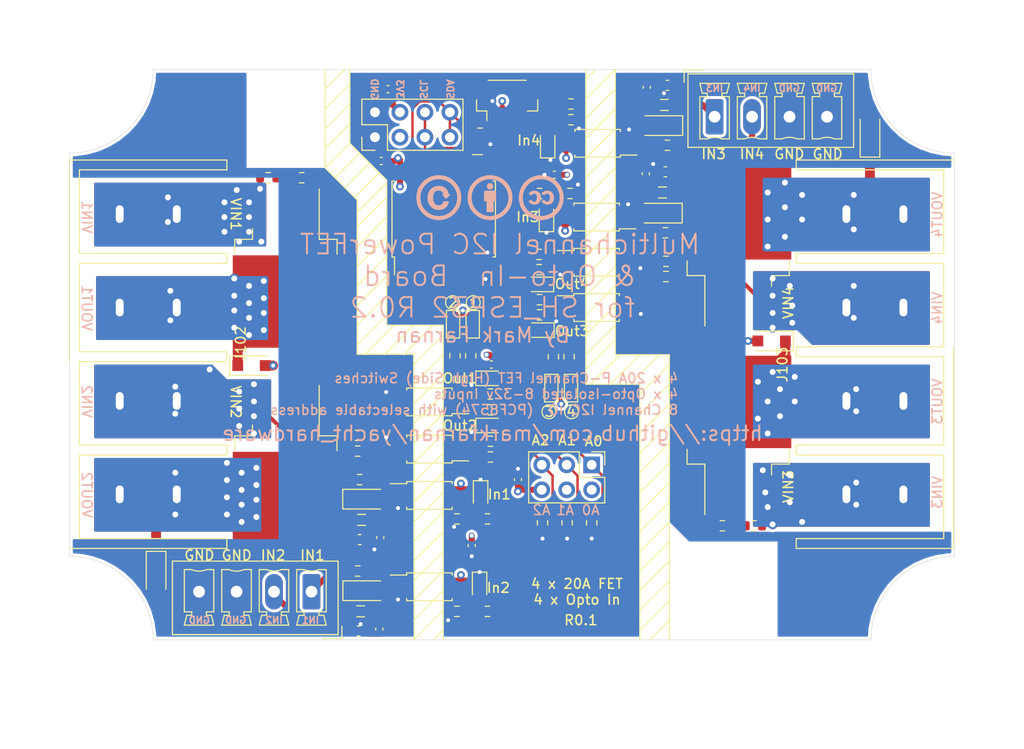
<source format=kicad_pcb>
(kicad_pcb (version 20171130) (host pcbnew "(5.1.8-0-10_14)")
  (title_block (title "Sailor Hat for ESP32") (date 2020-11-25) (rev 0.2.0) (company "Hat Laboratories") (comment 1 https://creativecommons.org/licenses/by-sa/4.0) (comment 2 "To view a copy of this license, visit ") (comment 3 "Sailor Hat for ESP32 is licensed under CC BY-SA 4.0."))
  (layers (0 F.Cu signal) (1 In1.Cu power hide) (2 In2.Cu power hide) (31 B.Cu signal hide) (34 B.Paste user hide) (35 F.Paste user hide) (36 B.SilkS user) (37 F.SilkS user) (38 B.Mask user hide) (39 F.Mask user hide) (44 Edge.Cuts user))
  (net 0 "")
  (net 1 +3V3)
  (net 2 GND)
  (net 3 "Net-(D101-Pad2)")
  (net 4 "Net-(Q101-Pad1)")
  (net 5 "Net-(R102-Pad1)")
  (net 6 "Net-(R103-Pad2)")
  (net 7 "Net-(D103-Pad2)")
  (net 8 "Net-(Q102-Pad1)")
  (net 9 "Net-(R106-Pad1)")
  (net 10 "Net-(R107-Pad2)")
  (net 11 "Net-(D105-Pad2)")
  (net 12 "Net-(Q103-Pad1)")
  (net 13 "Net-(R110-Pad1)")
  (net 14 "Net-(R111-Pad2)")
  (net 15 "Net-(D107-Pad2)")
  (net 16 "Net-(Q104-Pad1)")
  (net 17 "Net-(R114-Pad1)")
  (net 18 "Net-(R115-Pad2)")
  (net 19 /SDA)
  (net 20 /SCL)
  (net 21 /GPIO0)
  (net 22 /GPIO1)
  (net 23 "Net-(J107-Pad2)")
  (net 24 "Net-(J108-Pad2)")
  (net 25 "Net-(J109-Pad2)")
  (net 26 "Net-(J110-Pad2)")
  (net 27 /A2)
  (net 28 /A1)
  (net 29 /A0)
  (net 30 "Net-(C301-Pad1)")
  (net 31 "/Opto Input/ISO_IN_1")
  (net 32 "Net-(D301-Pad2)")
  (net 33 "Net-(D302-Pad1)")
  (net 34 "Net-(R302-Pad2)")
  (net 35 /GPIO4)
  (net 36 "Net-(C303-Pad1)")
  (net 37 "Net-(D303-Pad2)")
  (net 38 "Net-(D304-Pad1)")
  (net 39 "Net-(R304-Pad2)")
  (net 40 "Net-(C305-Pad1)")
  (net 41 "Net-(D305-Pad2)")
  (net 42 "Net-(D306-Pad1)")
  (net 43 "Net-(R306-Pad2)")
  (net 44 "Net-(C307-Pad1)")
  (net 45 "Net-(D307-Pad2)")
  (net 46 "Net-(D308-Pad1)")
  (net 47 "Net-(R308-Pad2)")
  (net 48 "/Opto Input/ISO_IN_2")
  (net 49 "/Opto Input/ISO_IN_3")
  (net 50 "/Opto Input/ISO_IN_4")
  (net 51 GND1)
  (net 52 GND2)
  (net 53 /GPIO5)
  (net 54 GPIO2)
  (net 55 GPIO3)
  (net 56 GPIO6)
  (net 57 GPIO7)
  (net 58 /VOUT1)
  (net 59 /VOUT2)
  (net 60 /VOUT3)
  (net 61 /VOUT4)
  (net 62 /VIN2)
  (net 63 /VIN1)
  (net 64 /VIN4)
  (net 65 /VIN3)
  (module FET_Multi:cc-by-sa_silkscreen (layer B.Cu) (at 131.8 70 180)
    (fp_text reference G*** hide)
    (fp_text value LOGO hide)
  )
  (module FET_Multi:Connector_9.5mm_ScrewTerminal_4-Reversable (layer F.Cu) (at 170.9 95.7 90)
    (fp_text reference J103 (at 8.7 -9.4 90) (layer F.SilkS))
    (fp_text value DBT50G-9.5-4P)
    (pad 4 thru_hole oval (at 24 -2.9 90) (size 6 4) (drill oval 1.8 0.8) (layers *.Cu *.Mask) (net 61 /VOUT4))
    (pad 3 thru_hole oval (at 14.5 -2.9 90) (size 6 4) (drill oval 1.8 0.8) (layers *.Cu *.Mask) (net 64 /VIN4))
    (pad 2 thru_hole oval (at 5 -2.9 90) (size 6 4) (drill oval 1.8 0.8) (layers *.Cu *.Mask) (net 60 /VOUT3))
    (pad 1 thru_hole oval (at -4.5 -2.9 90) (size 6 4) (drill oval 1.8 0.8) (layers *.Cu *.Mask) (net 65 /VIN3))
    (pad 4 thru_hole oval (at 24 2.9 90) (size 6 4) (drill oval 1.8 0.8) (layers *.Cu *.Mask) (net 61 /VOUT4))
    (pad 3 thru_hole oval (at 14.5 2.9 90) (size 6 4) (drill oval 1.8 0.8) (layers *.Cu *.Mask) (net 64 /VIN4))
    (pad 2 thru_hole oval (at 5 2.9 90) (size 6 4) (drill oval 1.8 0.8) (layers *.Cu *.Mask) (net 60 /VOUT3))
    (pad 1 thru_hole oval (at -4.5 2.9 90) (size 6 4) (drill oval 1.8 0.8) (layers *.Cu *.Mask) (net 65 /VIN3))
  )
  (module FET_Multi:Connector_9.5mm_ScrewTerminal_4-Reversable (layer F.Cu) (at 97 76.2 270)
    (fp_text reference J102 (at 8.7 -9.4 90) (layer F.SilkS))
    (fp_text value DBT50G-9.5-4P)
    (pad 4 thru_hole oval (at 24 -2.9 270) (size 6 4) (drill oval 1.8 0.8) (layers *.Cu *.Mask) (net 59 /VOUT2))
    (pad 3 thru_hole oval (at 14.5 -2.9 270) (size 6 4) (drill oval 1.8 0.8) (layers *.Cu *.Mask) (net 62 /VIN2))
    (pad 2 thru_hole oval (at 5 -2.9 270) (size 6 4) (drill oval 1.8 0.8) (layers *.Cu *.Mask) (net 58 /VOUT1))
    (pad 1 thru_hole oval (at -4.5 -2.9 270) (size 6 4) (drill oval 1.8 0.8) (layers *.Cu *.Mask) (net 63 /VIN1))
    (pad 4 thru_hole oval (at 24 2.9 270) (size 6 4) (drill oval 1.8 0.8) (layers *.Cu *.Mask) (net 59 /VOUT2))
    (pad 3 thru_hole oval (at 14.5 2.9 270) (size 6 4) (drill oval 1.8 0.8) (layers *.Cu *.Mask) (net 62 /VIN2))
    (pad 2 thru_hole oval (at 5 2.9 270) (size 6 4) (drill oval 1.8 0.8) (layers *.Cu *.Mask) (net 58 /VOUT1))
    (pad 1 thru_hole oval (at -4.5 2.9 270) (size 6 4) (drill oval 1.8 0.8) (layers *.Cu *.Mask) (net 63 /VIN1))
  )
  (module Package_DFN_QFN:Diodes_UDFN-10_1.0x2.5mm_P0.5mm (layer F.Cu) (at 130.4875 64.3)
    (fp_text reference U106 hide)
    (fp_text value RCLAMP0524P-N)
    (pad 2 smd rect (at -0.3875 -0.5 270) (size 0.25 0.625) (layers F.Cu F.Paste F.Mask) (net 20 /SCL))
    (pad 3 smd rect (at -0.35 0 270) (size 0.45 0.7) (layers F.Cu F.Paste F.Mask) (net 2 GND))
    (pad 1 smd rect (at -0.3875 -1 270) (size 0.25 0.625) (layers F.Cu F.Paste F.Mask) (net 19 /SDA))
    (pad 4 smd rect (at -0.3875 0.5 270) (size 0.25 0.625) (layers F.Cu F.Paste F.Mask))
    (pad 10 smd rect (at 0.3875 -1 270) (size 0.25 0.625) (layers F.Cu F.Paste F.Mask) (net 19 /SDA))
    (pad 9 smd rect (at 0.3875 -0.5 270) (size 0.25 0.625) (layers F.Cu F.Paste F.Mask) (net 20 /SCL))
    (pad 5 smd rect (at -0.3875 1 270) (size 0.25 0.625) (layers F.Cu F.Paste F.Mask))
    (pad 8 smd rect (at 0.4125 0 270) (size 0.45 0.575) (layers F.Cu F.Paste F.Mask) (net 2 GND))
    (pad 6 smd rect (at 0.3875 1 270) (size 0.25 0.625) (layers F.Cu F.Paste F.Mask))
    (pad 7 smd rect (at 0.3875 0.5 270) (size 0.25 0.625) (layers F.Cu F.Paste F.Mask))
  )
  (module Connector_JST:JST_SH_BM04B-SRSS-TB_1x04-1MP_P1.00mm_Vertical (layer F.Cu) (at 133.5 60.1)
    (fp_text reference J104 hide)
    (fp_text value Conn_01x04)
    (pad MP smd roundrect (at 2.8 -1.2) (size 1.2 1.8) (layers F.Cu F.Paste F.Mask) (roundrect_rratio 0.208333))
    (pad MP smd roundrect (at -2.8 -1.2) (size 1.2 1.8) (layers F.Cu F.Paste F.Mask) (roundrect_rratio 0.208333))
    (pad 4 smd roundrect (at 1.5 1.325) (size 0.6 1.55) (layers F.Cu F.Paste F.Mask) (net 20 /SCL))
    (pad 3 smd roundrect (at 0.5 1.325) (size 0.6 1.55) (layers F.Cu F.Paste F.Mask) (net 19 /SDA))
    (pad 2 smd roundrect (at -0.5 1.325) (size 0.6 1.55) (layers F.Cu F.Paste F.Mask) (net 1 +3V3))
    (pad 1 smd roundrect (at -1.5 1.325) (size 0.6 1.55) (layers F.Cu F.Paste F.Mask) (net 2 GND))
  )
  (module Package_SO:SOP-4_4.4x2.6mm_P1.27mm (layer F.Cu) (at 142.7 64.5 180)
    (fp_text reference U304 hide)
    (fp_text value "EL3H7(C)(TA)-G")
    (pad 4 smd roundrect (at 3.1875 -0.635 180) (size 1.625 0.6) (layers F.Cu F.Paste F.Mask) (net 1 +3V3))
    (pad 3 smd roundrect (at 3.1875 0.635 180) (size 1.625 0.6) (layers F.Cu F.Paste F.Mask) (net 57 GPIO7))
    (pad 2 smd roundrect (at -3.1875 0.635 180) (size 1.625 0.6) (layers F.Cu F.Paste F.Mask) (net 52 GND2))
    (pad 1 smd roundrect (at -3.1875 -0.635 180) (size 1.625 0.6) (layers F.Cu F.Paste F.Mask) (net 43 "Net-(R306-Pad2)"))
  )
  (module Package_SO:SOP-4_4.4x2.6mm_P1.27mm (layer F.Cu) (at 142.6 72 180)
    (fp_text reference U303 hide)
    (fp_text value "EL3H7(C)(TA)-G")
    (pad 4 smd roundrect (at 3.1875 -0.635 180) (size 1.625 0.6) (layers F.Cu F.Paste F.Mask) (net 1 +3V3))
    (pad 3 smd roundrect (at 3.1875 0.635 180) (size 1.625 0.6) (layers F.Cu F.Paste F.Mask) (net 56 GPIO6))
    (pad 2 smd roundrect (at -3.1875 0.635 180) (size 1.625 0.6) (layers F.Cu F.Paste F.Mask) (net 52 GND2))
    (pad 1 smd roundrect (at -3.1875 -0.635 180) (size 1.625 0.6) (layers F.Cu F.Paste F.Mask) (net 47 "Net-(R308-Pad2)"))
  )
  (module Package_SO:SOP-4_4.4x2.6mm_P1.27mm (layer F.Cu) (at 125.6 109.6)
    (fp_text reference U302 hide)
    (fp_text value "EL3H7(C)(TA)-G")
    (pad 4 smd roundrect (at 3.1875 -0.635) (size 1.625 0.6) (layers F.Cu F.Paste F.Mask) (net 1 +3V3))
    (pad 3 smd roundrect (at 3.1875 0.635) (size 1.625 0.6) (layers F.Cu F.Paste F.Mask) (net 55 GPIO3))
    (pad 2 smd roundrect (at -3.1875 0.635) (size 1.625 0.6) (layers F.Cu F.Paste F.Mask) (net 51 GND1))
    (pad 1 smd roundrect (at -3.1875 -0.635) (size 1.625 0.6) (layers F.Cu F.Paste F.Mask) (net 39 "Net-(R304-Pad2)"))
  )
  (module Package_SO:SOP-4_4.4x2.6mm_P1.27mm (layer F.Cu) (at 125.6 100.31)
    (fp_text reference U301 hide)
    (fp_text value "EL3H7(C)(TA)-G")
    (pad 4 smd roundrect (at 3.1875 -0.635) (size 1.625 0.6) (layers F.Cu F.Paste F.Mask) (net 1 +3V3))
    (pad 3 smd roundrect (at 3.1875 0.635) (size 1.625 0.6) (layers F.Cu F.Paste F.Mask) (net 54 GPIO2))
    (pad 2 smd roundrect (at -3.1875 0.635) (size 1.625 0.6) (layers F.Cu F.Paste F.Mask) (net 51 GND1))
    (pad 1 smd roundrect (at -3.1875 -0.635) (size 1.625 0.6) (layers F.Cu F.Paste F.Mask) (net 34 "Net-(R302-Pad2)"))
  )
  (module Resistor_SMD:R_0603_1608Metric (layer F.Cu) (at 140 60.5 180)
    (fp_text reference R312 hide)
    (fp_text value 2k)
    (pad 2 smd roundrect (at 0.825 0 180) (size 0.8 0.95) (layers F.Cu F.Paste F.Mask) (net 45 "Net-(D307-Pad2)"))
    (pad 1 smd roundrect (at -0.825 0 180) (size 0.8 0.95) (layers F.Cu F.Paste F.Mask) (net 57 GPIO7))
  )
  (module Resistor_SMD:R_0603_1608Metric (layer F.Cu) (at 136.8 69.6 180)
    (fp_text reference R311 hide)
    (fp_text value 2k)
    (pad 2 smd roundrect (at 0.825 0 180) (size 0.8 0.95) (layers F.Cu F.Paste F.Mask) (net 41 "Net-(D305-Pad2)"))
    (pad 1 smd roundrect (at -0.825 0 180) (size 0.8 0.95) (layers F.Cu F.Paste F.Mask) (net 56 GPIO6))
  )
  (module Resistor_SMD:R_0603_1608Metric (layer F.Cu) (at 140 62.1 180)
    (fp_text reference R310 hide)
    (fp_text value 2.2k)
    (pad 2 smd roundrect (at 0.825 0 180) (size 0.8 0.95) (layers F.Cu F.Paste F.Mask) (net 57 GPIO7))
    (pad 1 smd roundrect (at -0.825 0 180) (size 0.8 0.95) (layers F.Cu F.Paste F.Mask) (net 2 GND))
  )
  (module Resistor_SMD:R_0603_1608Metric (layer F.Cu) (at 139.9 69.6 180)
    (fp_text reference R309 hide)
    (fp_text value 2.2k)
    (pad 2 smd roundrect (at 0.825 0 180) (size 0.8 0.95) (layers F.Cu F.Paste F.Mask) (net 56 GPIO6))
    (pad 1 smd roundrect (at -0.825 0 180) (size 0.8 0.95) (layers F.Cu F.Paste F.Mask) (net 2 GND))
  )
  (module Resistor_SMD:R_0603_1608Metric (layer F.Cu) (at 131.5 112.1)
    (fp_text reference R307 hide)
    (fp_text value 2k)
    (pad 2 smd roundrect (at 0.825 0) (size 0.8 0.95) (layers F.Cu F.Paste F.Mask) (net 37 "Net-(D303-Pad2)"))
    (pad 1 smd roundrect (at -0.825 0) (size 0.8 0.95) (layers F.Cu F.Paste F.Mask) (net 55 GPIO3))
  )
  (module Resistor_SMD:R_0603_1608Metric (layer F.Cu) (at 131.5 102.7)
    (fp_text reference R305 hide)
    (fp_text value 2k)
    (pad 2 smd roundrect (at 0.825 0) (size 0.8 0.95) (layers F.Cu F.Paste F.Mask) (net 32 "Net-(D301-Pad2)"))
    (pad 1 smd roundrect (at -0.825 0) (size 0.8 0.95) (layers F.Cu F.Paste F.Mask) (net 54 GPIO2))
  )
  (module Resistor_SMD:R_0603_1608Metric (layer F.Cu) (at 128.4 112.1)
    (fp_text reference R303 hide)
    (fp_text value 2.2k)
    (pad 2 smd roundrect (at 0.825 0) (size 0.8 0.95) (layers F.Cu F.Paste F.Mask) (net 55 GPIO3))
    (pad 1 smd roundrect (at -0.825 0) (size 0.8 0.95) (layers F.Cu F.Paste F.Mask) (net 2 GND))
  )
  (module Resistor_SMD:R_0603_1608Metric (layer F.Cu) (at 128.4 102.7)
    (fp_text reference R301 hide)
    (fp_text value 2.2k)
    (pad 2 smd roundrect (at 0.825 0) (size 0.8 0.95) (layers F.Cu F.Paste F.Mask) (net 54 GPIO2))
    (pad 1 smd roundrect (at -0.825 0) (size 0.8 0.95) (layers F.Cu F.Paste F.Mask) (net 2 GND))
  )
  (module LED_SMD:LED_0603_1608Metric (layer F.Cu) (at 137.625 64.5 90)
    (fp_text reference D307 hide)
    (fp_text value "GREEN LED")
    (pad 2 smd roundrect (at 0.7875 0 90) (size 0.875 0.95) (layers F.Cu F.Paste F.Mask) (net 45 "Net-(D307-Pad2)"))
    (pad 1 smd roundrect (at -0.7875 0 90) (size 0.875 0.95) (layers F.Cu F.Paste F.Mask) (net 2 GND))
  )
  (module LED_SMD:LED_0603_1608Metric (layer F.Cu) (at 137.5 72 90)
    (fp_text reference D305 hide)
    (fp_text value "GREEN LED")
    (pad 2 smd roundrect (at 0.7875 0 90) (size 0.875 0.95) (layers F.Cu F.Paste F.Mask) (net 41 "Net-(D305-Pad2)"))
    (pad 1 smd roundrect (at -0.7875 0 90) (size 0.875 0.95) (layers F.Cu F.Paste F.Mask) (net 2 GND))
  )
  (module LED_SMD:LED_0603_1608Metric (layer F.Cu) (at 130.7 109.6 270)
    (fp_text reference D303 hide)
    (fp_text value "GREEN LED")
    (pad 2 smd roundrect (at 0.7875 0 270) (size 0.875 0.95) (layers F.Cu F.Paste F.Mask) (net 37 "Net-(D303-Pad2)"))
    (pad 1 smd roundrect (at -0.7875 0 270) (size 0.875 0.95) (layers F.Cu F.Paste F.Mask) (net 2 GND))
  )
  (module Capacitor_SMD:C_0402_1005Metric (layer F.Cu) (at 138.3 67.7)
    (fp_text reference C1006 hide)
    (fp_text value 100nF)
    (pad 2 smd roundrect (at 0.48 0) (size 0.56 0.62) (layers F.Cu F.Paste F.Mask) (net 1 +3V3))
    (pad 1 smd roundrect (at -0.48 0) (size 0.56 0.62) (layers F.Cu F.Paste F.Mask) (net 2 GND))
  )
  (module Capacitor_SMD:C_0402_1005Metric (layer F.Cu) (at 120.7 66.3)
    (fp_text reference C1005 hide)
    (fp_text value 100nF)
    (pad 2 smd roundrect (at 0.48 0) (size 0.56 0.62) (layers F.Cu F.Paste F.Mask) (net 1 +3V3))
    (pad 1 smd roundrect (at -0.48 0) (size 0.56 0.62) (layers F.Cu F.Paste F.Mask) (net 2 GND))
  )
  (module Capacitor_SMD:C_0402_1005Metric (layer F.Cu) (at 121.4 59)
    (fp_text reference C1004 hide)
    (fp_text value 100nF)
    (pad 2 smd roundrect (at 0.48 0) (size 0.56 0.62) (layers F.Cu F.Paste F.Mask) (net 1 +3V3))
    (pad 1 smd roundrect (at -0.48 0) (size 0.56 0.62) (layers F.Cu F.Paste F.Mask) (net 2 GND))
  )
  (module Capacitor_SMD:C_0402_1005Metric (layer F.Cu) (at 134.6 98.7 270)
    (fp_text reference C1003 hide)
    (fp_text value 100nF)
    (pad 2 smd roundrect (at 0.48 0 270) (size 0.56 0.62) (layers F.Cu F.Paste F.Mask) (net 1 +3V3))
    (pad 1 smd roundrect (at -0.48 0 270) (size 0.56 0.62) (layers F.Cu F.Paste F.Mask) (net 2 GND))
  )
  (module Capacitor_SMD:C_0402_1005Metric (layer F.Cu) (at 131.9 87)
    (fp_text reference C1002 hide)
    (fp_text value 100nF)
    (pad 2 smd roundrect (at 0.48 0) (size 0.56 0.62) (layers F.Cu F.Paste F.Mask) (net 1 +3V3))
    (pad 1 smd roundrect (at -0.48 0) (size 0.56 0.62) (layers F.Cu F.Paste F.Mask) (net 2 GND))
  )
  (module Capacitor_SMD:C_0402_1005Metric (layer F.Cu) (at 129.9 105.4 90)
    (fp_text reference C1001 hide)
    (fp_text value 100nF)
    (pad 2 smd roundrect (at 0.48 0 90) (size 0.56 0.62) (layers F.Cu F.Paste F.Mask) (net 1 +3V3))
    (pad 1 smd roundrect (at -0.48 0 90) (size 0.56 0.62) (layers F.Cu F.Paste F.Mask) (net 2 GND))
  )
  (module FET_Multi:SolderJumper-2_P1.3mm_Open_TrianglePad_Narrow (layer F.Cu) (at 140 89.4 90)
    (fp_text reference J109 hide)
    (fp_text value PU_ON)
    (pad 2 smd custom (at 0.7 0 90) (size 0.3 0.3) (layers F.Cu F.Mask) (net 25 "Net-(J109-Pad2)") (options (clearance outline) (anchor rect)) (primitives (gr_poly (pts (xy -0.65 -0.5) (xy 0.5 -0.5) (xy 0.5 0.5) (xy -0.65 0.5) (xy -0.15 0)) (width 0))))
    (pad 1 smd custom (at -0.725 0 90) (size 0.3 0.3) (layers F.Cu F.Mask) (net 1 +3V3) (options (clearance outline) (anchor rect)) (primitives (gr_poly (pts (xy -0.5 -0.5) (xy 0.5 -0.5) (xy 1 0) (xy 0.5 0.5) (xy -0.5 0.5)) (width 0))))
  )
  (module FET_Multi:SolderJumper-2_P1.3mm_Open_TrianglePad_Narrow (layer F.Cu) (at 138 89.4 90)
    (fp_text reference J110 hide)
    (fp_text value PU_ON)
    (pad 2 smd custom (at 0.7 0 90) (size 0.3 0.3) (layers F.Cu F.Mask) (net 26 "Net-(J110-Pad2)") (options (clearance outline) (anchor rect)) (primitives (gr_poly (pts (xy -0.65 -0.5) (xy 0.5 -0.5) (xy 0.5 0.5) (xy -0.65 0.5) (xy -0.15 0)) (width 0))))
    (pad 1 smd custom (at -0.725 0 90) (size 0.3 0.3) (layers F.Cu F.Mask) (net 1 +3V3) (options (clearance outline) (anchor rect)) (primitives (gr_poly (pts (xy -0.5 -0.5) (xy 0.5 -0.5) (xy 1 0) (xy 0.5 0.5) (xy -0.5 0.5)) (width 0))))
  )
  (module FET_Multi:SolderJumper-2_P1.3mm_Open_TrianglePad_Narrow (layer F.Cu) (at 128 82.9 270)
    (fp_text reference J108 hide)
    (fp_text value PU_ON)
    (pad 2 smd custom (at 0.7 0 270) (size 0.3 0.3) (layers F.Cu F.Mask) (net 24 "Net-(J108-Pad2)") (options (clearance outline) (anchor rect)) (primitives (gr_poly (pts (xy -0.65 -0.5) (xy 0.5 -0.5) (xy 0.5 0.5) (xy -0.65 0.5) (xy -0.15 0)) (width 0))))
    (pad 1 smd custom (at -0.725 0 270) (size 0.3 0.3) (layers F.Cu F.Mask) (net 1 +3V3) (options (clearance outline) (anchor rect)) (primitives (gr_poly (pts (xy -0.5 -0.5) (xy 0.5 -0.5) (xy 1 0) (xy 0.5 0.5) (xy -0.5 0.5)) (width 0))))
  )
  (module FET_Multi:SolderJumper-2_P1.3mm_Open_TrianglePad_Narrow (layer F.Cu) (at 130 82.9 270)
    (fp_text reference J107 hide)
    (fp_text value PU_ON)
    (pad 2 smd custom (at 0.7 0 270) (size 0.3 0.3) (layers F.Cu F.Mask) (net 23 "Net-(J107-Pad2)") (options (clearance outline) (anchor rect)) (primitives (gr_poly (pts (xy -0.65 -0.5) (xy 0.5 -0.5) (xy 0.5 0.5) (xy -0.65 0.5) (xy -0.15 0)) (width 0))))
    (pad 1 smd custom (at -0.725 0 270) (size 0.3 0.3) (layers F.Cu F.Mask) (net 1 +3V3) (options (clearance outline) (anchor rect)) (primitives (gr_poly (pts (xy -0.5 -0.5) (xy 0.5 -0.5) (xy 1 0) (xy 0.5 0.5) (xy -0.5 0.5)) (width 0))))
  )
  (module Resistor_SMD:R_0603_1608Metric (layer F.Cu) (at 128.2 86.1 270)
    (fp_text reference R121 hide)
    (fp_text value 1k)
    (pad 2 smd roundrect (at 0.825 0 270) (size 0.8 0.95) (layers F.Cu F.Paste F.Mask) (net 9 "Net-(R106-Pad1)"))
    (pad 1 smd roundrect (at -0.825 0 270) (size 0.8 0.95) (layers F.Cu F.Paste F.Mask) (net 24 "Net-(J108-Pad2)"))
  )
  (module Resistor_SMD:R_0603_1608Metric (layer F.Cu) (at 129.8 86.1 270)
    (fp_text reference R120 hide)
    (fp_text value 1k)
    (pad 2 smd roundrect (at 0.825 0 270) (size 0.8 0.95) (layers F.Cu F.Paste F.Mask) (net 5 "Net-(R102-Pad1)"))
    (pad 1 smd roundrect (at -0.825 0 270) (size 0.8 0.95) (layers F.Cu F.Paste F.Mask) (net 23 "Net-(J107-Pad2)"))
  )
  (module Connector_Phoenix_MC:PhoenixContact_MCV_1,5_4-G-3.81_1x04_P3.81mm_Vertical (layer F.Cu) (at 154.6 61.8)
    (fp_text reference J303 hide)
    (fp_text value "MC 4")
    (pad 4 thru_hole oval (at 11.43 0) (size 1.8 3.6) (drill 1.2) (layers *.Cu *.Mask) (net 52 GND2))
    (pad 3 thru_hole oval (at 7.62 0) (size 1.8 3.6) (drill 1.2) (layers *.Cu *.Mask) (net 52 GND2))
    (pad 2 thru_hole oval (at 3.81 0) (size 1.8 3.6) (drill 1.2) (layers *.Cu *.Mask) (net 50 "/Opto Input/ISO_IN_4"))
    (pad 1 thru_hole roundrect (at 0 0) (size 1.8 3.6) (drill 1.2) (layers *.Cu *.Mask) (roundrect_rratio 0.138889) (net 49 "/Opto Input/ISO_IN_3"))
  )
  (module Connector_Phoenix_MC:PhoenixContact_MCV_1,5_4-G-3.81_1x04_P3.81mm_Vertical (layer F.Cu) (at 113.6 110.1 180)
    (fp_text reference J302 hide)
    (fp_text value "MC 4")
    (pad 4 thru_hole oval (at 11.43 0 180) (size 1.8 3.6) (drill 1.2) (layers *.Cu *.Mask) (net 51 GND1))
    (pad 3 thru_hole oval (at 7.62 0 180) (size 1.8 3.6) (drill 1.2) (layers *.Cu *.Mask) (net 51 GND1))
    (pad 2 thru_hole oval (at 3.81 0 180) (size 1.8 3.6) (drill 1.2) (layers *.Cu *.Mask) (net 48 "/Opto Input/ISO_IN_2"))
    (pad 1 thru_hole roundrect (at 0 0 180) (size 1.8 3.6) (drill 1.2) (layers *.Cu *.Mask) (roundrect_rratio 0.138889) (net 31 "/Opto Input/ISO_IN_1"))
  )
  (module Resistor_SMD:R_0603_1608Metric (layer F.Cu) (at 149.6 73.6 180)
    (fp_text reference R308 hide)
    (fp_text value 2.2k)
    (pad 2 smd roundrect (at 0.825 0 180) (size 0.8 0.95) (layers F.Cu F.Paste F.Mask) (net 47 "Net-(R308-Pad2)"))
    (pad 1 smd roundrect (at -0.825 0 180) (size 0.8 0.95) (layers F.Cu F.Paste F.Mask) (net 46 "Net-(D308-Pad1)"))
  )
  (module Inductor_SMD:L_0805_2012Metric (layer F.Cu) (at 149.3 69.5 180)
    (fp_text reference FB304 hide)
    (fp_text value GZ2012D101TF)
    (pad 2 smd roundrect (at 1.0625 0 180) (size 0.875 1.2) (layers F.Cu F.Paste F.Mask) (net 44 "Net-(C307-Pad1)"))
    (pad 1 smd roundrect (at -1.0625 0 180) (size 0.875 1.2) (layers F.Cu F.Paste F.Mask) (net 50 "/Opto Input/ISO_IN_4"))
  )
  (module Diode_SMD:D_SOD-123F (layer F.Cu) (at 149.1 71.6 180)
    (fp_text reference D308 hide)
    (fp_text value SM4007PL)
    (pad 2 smd rect (at 1.4 0 180) (size 1.1 1.1) (layers F.Cu F.Paste F.Mask) (net 44 "Net-(C307-Pad1)"))
    (pad 1 smd rect (at -1.4 0 180) (size 1.1 1.1) (layers F.Cu F.Paste F.Mask) (net 46 "Net-(D308-Pad1)"))
  )
  (module Capacitor_SMD:C_0603_1608Metric (layer F.Cu) (at 149.6 67.4 180)
    (fp_text reference C308 hide)
    (fp_text value 33pF/50V)
    (pad 2 smd roundrect (at 0.775 0 180) (size 0.9 0.95) (layers F.Cu F.Paste F.Mask) (net 52 GND2))
    (pad 1 smd roundrect (at -0.775 0 180) (size 0.9 0.95) (layers F.Cu F.Paste F.Mask) (net 50 "/Opto Input/ISO_IN_4"))
  )
  (module Capacitor_SMD:C_0402_1005Metric (layer F.Cu) (at 147.6 67.6 90)
    (fp_text reference C307 hide)
    (fp_text value 33pF)
    (pad 2 smd roundrect (at 0.48 0 90) (size 0.56 0.62) (layers F.Cu F.Paste F.Mask) (net 52 GND2))
    (pad 1 smd roundrect (at -0.48 0 90) (size 0.56 0.62) (layers F.Cu F.Paste F.Mask) (net 44 "Net-(C307-Pad1)"))
  )
  (module Resistor_SMD:R_0603_1608Metric (layer F.Cu) (at 149.8 64.7 180)
    (fp_text reference R306 hide)
    (fp_text value 2.2k)
    (pad 2 smd roundrect (at 0.825 0 180) (size 0.8 0.95) (layers F.Cu F.Paste F.Mask) (net 43 "Net-(R306-Pad2)"))
    (pad 1 smd roundrect (at -0.825 0 180) (size 0.8 0.95) (layers F.Cu F.Paste F.Mask) (net 42 "Net-(D306-Pad1)"))
  )
  (module Inductor_SMD:L_0805_2012Metric (layer F.Cu) (at 149.5 60.6 180)
    (fp_text reference FB303 hide)
    (fp_text value GZ2012D101TF)
    (pad 2 smd roundrect (at 1.0625 0 180) (size 0.875 1.2) (layers F.Cu F.Paste F.Mask) (net 40 "Net-(C305-Pad1)"))
    (pad 1 smd roundrect (at -1.0625 0 180) (size 0.875 1.2) (layers F.Cu F.Paste F.Mask) (net 49 "/Opto Input/ISO_IN_3"))
  )
  (module Diode_SMD:D_SOD-123F (layer F.Cu) (at 149.15 62.7 180)
    (fp_text reference D306 hide)
    (fp_text value SM4007PL)
    (pad 2 smd rect (at 1.4 0 180) (size 1.1 1.1) (layers F.Cu F.Paste F.Mask) (net 40 "Net-(C305-Pad1)"))
    (pad 1 smd rect (at -1.4 0 180) (size 1.1 1.1) (layers F.Cu F.Paste F.Mask) (net 42 "Net-(D306-Pad1)"))
  )
  (module Capacitor_SMD:C_0603_1608Metric (layer F.Cu) (at 149.8 58.6 180)
    (fp_text reference C306 hide)
    (fp_text value 33pF/50V)
    (pad 2 smd roundrect (at 0.775 0 180) (size 0.9 0.95) (layers F.Cu F.Paste F.Mask) (net 52 GND2))
    (pad 1 smd roundrect (at -0.775 0 180) (size 0.9 0.95) (layers F.Cu F.Paste F.Mask) (net 49 "/Opto Input/ISO_IN_3"))
  )
  (module Capacitor_SMD:C_0402_1005Metric (layer F.Cu) (at 147.7 58.8 90)
    (fp_text reference C305 hide)
    (fp_text value 33pF)
    (pad 2 smd roundrect (at 0.48 0 90) (size 0.56 0.62) (layers F.Cu F.Paste F.Mask) (net 52 GND2))
    (pad 1 smd roundrect (at -0.48 0 90) (size 0.56 0.62) (layers F.Cu F.Paste F.Mask) (net 40 "Net-(C305-Pad1)"))
  )
  (module Resistor_SMD:R_0603_1608Metric (layer F.Cu) (at 118.3 108)
    (fp_text reference R304 hide)
    (fp_text value 2.2k)
    (pad 2 smd roundrect (at 0.825 0) (size 0.8 0.95) (layers F.Cu F.Paste F.Mask) (net 39 "Net-(R304-Pad2)"))
    (pad 1 smd roundrect (at -0.825 0) (size 0.8 0.95) (layers F.Cu F.Paste F.Mask) (net 38 "Net-(D304-Pad1)"))
  )
  (module Inductor_SMD:L_0805_2012Metric (layer F.Cu) (at 118.6 112.1)
    (fp_text reference FB302 hide)
    (fp_text value GZ2012D101TF)
    (pad 2 smd roundrect (at 1.0625 0) (size 0.875 1.2) (layers F.Cu F.Paste F.Mask) (net 36 "Net-(C303-Pad1)"))
    (pad 1 smd roundrect (at -1.0625 0) (size 0.875 1.2) (layers F.Cu F.Paste F.Mask) (net 48 "/Opto Input/ISO_IN_2"))
  )
  (module Diode_SMD:D_SOD-123F (layer F.Cu) (at 119 110)
    (fp_text reference D304 hide)
    (fp_text value SM4007PL)
    (pad 2 smd rect (at 1.4 0) (size 1.1 1.1) (layers F.Cu F.Paste F.Mask) (net 36 "Net-(C303-Pad1)"))
    (pad 1 smd rect (at -1.4 0) (size 1.1 1.1) (layers F.Cu F.Paste F.Mask) (net 38 "Net-(D304-Pad1)"))
  )
  (module Capacitor_SMD:C_0603_1608Metric (layer F.Cu) (at 118.4 114.1)
    (fp_text reference C304 hide)
    (fp_text value 33pF/50V)
    (pad 2 smd roundrect (at 0.775 0) (size 0.9 0.95) (layers F.Cu F.Paste F.Mask) (net 51 GND1))
    (pad 1 smd roundrect (at -0.775 0) (size 0.9 0.95) (layers F.Cu F.Paste F.Mask) (net 48 "/Opto Input/ISO_IN_2"))
  )
  (module Capacitor_SMD:C_0402_1005Metric (layer F.Cu) (at 120.5 113.9 270)
    (fp_text reference C303 hide)
    (fp_text value 33pF)
    (pad 2 smd roundrect (at 0.48 0 270) (size 0.56 0.62) (layers F.Cu F.Paste F.Mask) (net 51 GND1))
    (pad 1 smd roundrect (at -0.48 0 270) (size 0.56 0.62) (layers F.Cu F.Paste F.Mask) (net 36 "Net-(C303-Pad1)"))
  )
  (module Resistor_SMD:R_0603_1608Metric (layer F.Cu) (at 118.5 98.7)
    (fp_text reference R302 hide)
    (fp_text value 2.2k)
    (pad 2 smd roundrect (at 0.825 0) (size 0.8 0.95) (layers F.Cu F.Paste F.Mask) (net 34 "Net-(R302-Pad2)"))
    (pad 1 smd roundrect (at -0.825 0) (size 0.8 0.95) (layers F.Cu F.Paste F.Mask) (net 33 "Net-(D302-Pad1)"))
  )
  (module Resistor_SMD:R_0603_1608Metric (layer F.Cu) (at 131.8 90 180)
    (fp_text reference R101 hide)
    (fp_text value 2k)
    (pad 2 smd roundrect (at 0.825 0 180) (size 0.8 0.95) (layers F.Cu F.Paste F.Mask) (net 3 "Net-(D101-Pad2)"))
    (pad 1 smd roundrect (at -0.825 0 180) (size 0.8 0.95) (layers F.Cu F.Paste F.Mask) (net 21 /GPIO0))
  )
  (module Inductor_SMD:L_0805_2012Metric (layer F.Cu) (at 118.7 102.8)
    (fp_text reference FB301 hide)
    (fp_text value GZ2012D101TF)
    (pad 2 smd roundrect (at 1.0625 0) (size 0.875 1.2) (layers F.Cu F.Paste F.Mask) (net 30 "Net-(C301-Pad1)"))
    (pad 1 smd roundrect (at -1.0625 0) (size 0.875 1.2) (layers F.Cu F.Paste F.Mask) (net 31 "/Opto Input/ISO_IN_1"))
  )
  (module Diode_SMD:D_SOD-123F (layer F.Cu) (at 118.98 100.69)
    (fp_text reference D302 hide)
    (fp_text value SM4007PL)
    (pad 2 smd rect (at 1.4 0) (size 1.1 1.1) (layers F.Cu F.Paste F.Mask) (net 30 "Net-(C301-Pad1)"))
    (pad 1 smd rect (at -1.4 0) (size 1.1 1.1) (layers F.Cu F.Paste F.Mask) (net 33 "Net-(D302-Pad1)"))
  )
  (module LED_SMD:LED_0603_1608Metric (layer F.Cu) (at 130.8 100.3 270)
    (fp_text reference D301 hide)
    (fp_text value "GREEN LED")
    (pad 2 smd roundrect (at 0.7875 0 270) (size 0.875 0.95) (layers F.Cu F.Paste F.Mask) (net 32 "Net-(D301-Pad2)"))
    (pad 1 smd roundrect (at -0.7875 0 270) (size 0.875 0.95) (layers F.Cu F.Paste F.Mask) (net 2 GND))
  )
  (module Capacitor_SMD:C_0603_1608Metric (layer F.Cu) (at 118.5 104.8)
    (fp_text reference C302 hide)
    (fp_text value 33pF/50V)
    (pad 2 smd roundrect (at 0.775 0) (size 0.9 0.95) (layers F.Cu F.Paste F.Mask) (net 51 GND1))
    (pad 1 smd roundrect (at -0.775 0) (size 0.9 0.95) (layers F.Cu F.Paste F.Mask) (net 31 "/Opto Input/ISO_IN_1"))
  )
  (module Capacitor_SMD:C_0402_1005Metric (layer F.Cu) (at 120.6 104.6 270)
    (fp_text reference C301 hide)
    (fp_text value 33pF)
    (pad 2 smd roundrect (at 0.48 0 270) (size 0.56 0.62) (layers F.Cu F.Paste F.Mask) (net 51 GND1))
    (pad 1 smd roundrect (at -0.48 0 270) (size 0.56 0.62) (layers F.Cu F.Paste F.Mask) (net 30 "Net-(C301-Pad1)"))
  )
  (module Package_SO:SOIC-16W_7.5x10.3mm_P1.27mm (layer F.Cu) (at 127.05 72.2 90)
    (fp_text reference U105 hide)
    (fp_text value PCF8574T/3,518 hide)
    (pad 16 smd roundrect (at 4.65 -4.445 90) (size 2.05 0.6) (layers F.Cu F.Paste F.Mask) (net 1 +3V3))
    (pad 15 smd roundrect (at 4.65 -3.175 90) (size 2.05 0.6) (layers F.Cu F.Paste F.Mask) (net 19 /SDA))
    (pad 14 smd roundrect (at 4.65 -1.905 90) (size 2.05 0.6) (layers F.Cu F.Paste F.Mask) (net 20 /SCL))
    (pad 13 smd roundrect (at 4.65 -0.635 90) (size 2.05 0.6) (layers F.Cu F.Paste F.Mask))
    (pad 12 smd roundrect (at 4.65 0.635 90) (size 2.05 0.6) (layers F.Cu F.Paste F.Mask) (net 57 GPIO7))
    (pad 11 smd roundrect (at 4.65 1.905 90) (size 2.05 0.6) (layers F.Cu F.Paste F.Mask) (net 56 GPIO6))
    (pad 10 smd roundrect (at 4.65 3.175 90) (size 2.05 0.6) (layers F.Cu F.Paste F.Mask) (net 53 /GPIO5))
    (pad 9 smd roundrect (at 4.65 4.445 90) (size 2.05 0.6) (layers F.Cu F.Paste F.Mask) (net 35 /GPIO4))
    (pad 8 smd roundrect (at -4.65 4.445 90) (size 2.05 0.6) (layers F.Cu F.Paste F.Mask) (net 2 GND))
    (pad 7 smd roundrect (at -4.65 3.175 90) (size 2.05 0.6) (layers F.Cu F.Paste F.Mask) (net 55 GPIO3))
    (pad 6 smd roundrect (at -4.65 1.905 90) (size 2.05 0.6) (layers F.Cu F.Paste F.Mask) (net 54 GPIO2))
    (pad 5 smd roundrect (at -4.65 0.635 90) (size 2.05 0.6) (layers F.Cu F.Paste F.Mask) (net 22 /GPIO1))
    (pad 4 smd roundrect (at -4.65 -0.635 90) (size 2.05 0.6) (layers F.Cu F.Paste F.Mask) (net 21 /GPIO0))
    (pad 3 smd roundrect (at -4.65 -1.905 90) (size 2.05 0.6) (layers F.Cu F.Paste F.Mask) (net 27 /A2))
    (pad 2 smd roundrect (at -4.65 -3.175 90) (size 2.05 0.6) (layers F.Cu F.Paste F.Mask) (net 28 /A1))
    (pad 1 smd roundrect (at -4.65 -4.445 90) (size 2.05 0.6) (layers F.Cu F.Paste F.Mask) (net 29 /A0))
  )
  (module Resistor_SMD:R_0603_1608Metric (layer F.Cu) (at 138.2 86.2 90)
    (fp_text reference R123 hide)
    (fp_text value 1k)
    (pad 2 smd roundrect (at 0.825 0 90) (size 0.8 0.95) (layers F.Cu F.Paste F.Mask) (net 13 "Net-(R110-Pad1)"))
    (pad 1 smd roundrect (at -0.825 0 90) (size 0.8 0.95) (layers F.Cu F.Paste F.Mask) (net 26 "Net-(J110-Pad2)"))
  )
  (module Resistor_SMD:R_0603_1608Metric (layer F.Cu) (at 139.8 86.2 90)
    (fp_text reference R122 hide)
    (fp_text value 1k)
    (pad 2 smd roundrect (at 0.825 0 90) (size 0.8 0.95) (layers F.Cu F.Paste F.Mask) (net 17 "Net-(R114-Pad1)"))
    (pad 1 smd roundrect (at -0.825 0 90) (size 0.8 0.95) (layers F.Cu F.Paste F.Mask) (net 25 "Net-(J109-Pad2)"))
  )
  (module Resistor_SMD:R_0603_1608Metric (layer F.Cu) (at 142.1 103.1 270)
    (fp_text reference R119 hide)
    (fp_text value 10k)
    (pad 2 smd roundrect (at 0.825 0 270) (size 0.8 0.95) (layers F.Cu F.Paste F.Mask) (net 2 GND))
    (pad 1 smd roundrect (at -0.825 0 270) (size 0.8 0.95) (layers F.Cu F.Paste F.Mask) (net 29 /A0))
  )
  (module Resistor_SMD:R_0603_1608Metric (layer F.Cu) (at 139.6 103.1 270)
    (fp_text reference R118 hide)
    (fp_text value 10k)
    (pad 2 smd roundrect (at 0.825 0 270) (size 0.8 0.95) (layers F.Cu F.Paste F.Mask) (net 2 GND))
    (pad 1 smd roundrect (at -0.825 0 270) (size 0.8 0.95) (layers F.Cu F.Paste F.Mask) (net 28 /A1))
  )
  (module Resistor_SMD:R_0603_1608Metric (layer F.Cu) (at 137.1 103.1 270)
    (fp_text reference R117 hide)
    (fp_text value 10k)
    (pad 2 smd roundrect (at 0.825 0 270) (size 0.8 0.95) (layers F.Cu F.Paste F.Mask) (net 2 GND))
    (pad 1 smd roundrect (at -0.825 0 270) (size 0.8 0.95) (layers F.Cu F.Paste F.Mask) (net 27 /A2))
  )
  (module Connector_PinHeader_2.54mm:PinHeader_2x03_P2.54mm_Vertical (layer F.Cu) (at 142.1 97.2 270)
    (fp_text reference J106 hide)
    (fp_text value ADDR)
    (pad 6 thru_hole oval (at 2.54 5.08 270) (size 1.7 1.7) (drill 1) (layers *.Cu *.Mask) (net 1 +3V3))
    (pad 5 thru_hole oval (at 0 5.08 270) (size 1.7 1.7) (drill 1) (layers *.Cu *.Mask) (net 27 /A2))
    (pad 4 thru_hole oval (at 2.54 2.54 270) (size 1.7 1.7) (drill 1) (layers *.Cu *.Mask) (net 1 +3V3))
    (pad 3 thru_hole oval (at 0 2.54 270) (size 1.7 1.7) (drill 1) (layers *.Cu *.Mask) (net 28 /A1))
    (pad 2 thru_hole oval (at 2.54 0 270) (size 1.7 1.7) (drill 1) (layers *.Cu *.Mask) (net 1 +3V3))
    (pad 1 thru_hole rect (at 0 0 270) (size 1.7 1.7) (drill 1) (layers *.Cu *.Mask) (net 29 /A0))
  )
  (module Connector_PinHeader_2.54mm:PinHeader_2x04_P2.54mm_Vertical (layer F.Cu) (at 120.06 63.88 90)
    (fp_text reference J101 hide)
    (fp_text value I2C hide)
    (pad 8 thru_hole oval (at 2.54 7.62 90) (size 1.7 1.7) (drill 1) (layers *.Cu *.Mask) (net 19 /SDA))
    (pad 7 thru_hole oval (at 0 7.62 90) (size 1.7 1.7) (drill 1) (layers *.Cu *.Mask) (net 19 /SDA))
    (pad 6 thru_hole oval (at 2.54 5.08 90) (size 1.7 1.7) (drill 1) (layers *.Cu *.Mask) (net 20 /SCL))
    (pad 5 thru_hole oval (at 0 5.08 90) (size 1.7 1.7) (drill 1) (layers *.Cu *.Mask) (net 20 /SCL))
    (pad 4 thru_hole oval (at 2.54 2.54 90) (size 1.7 1.7) (drill 1) (layers *.Cu *.Mask) (net 1 +3V3))
    (pad 3 thru_hole oval (at 0 2.54 90) (size 1.7 1.7) (drill 1) (layers *.Cu *.Mask) (net 1 +3V3))
    (pad 2 thru_hole oval (at 2.54 0 90) (size 1.7 1.7) (drill 1) (layers *.Cu *.Mask) (net 2 GND))
    (pad 1 thru_hole rect (at 0 0 90) (size 1.7 1.7) (drill 1) (layers *.Cu *.Mask) (net 2 GND))
  )
  (module Package_SO:SOP-4_4.4x2.6mm_P1.27mm (layer F.Cu) (at 142.6 76.6)
    (fp_text reference U104 hide)
    (fp_text value "EL3H7(C)(TA)-G")
    (pad 4 smd roundrect (at 3.1875 -0.635) (size 1.625 0.6) (layers F.Cu F.Paste F.Mask) (net 18 "Net-(R115-Pad2)"))
    (pad 3 smd roundrect (at 3.1875 0.635) (size 1.625 0.6) (layers F.Cu F.Paste F.Mask) (net 52 GND2))
    (pad 2 smd roundrect (at -3.1875 0.635) (size 1.625 0.6) (layers F.Cu F.Paste F.Mask) (net 2 GND))
    (pad 1 smd roundrect (at -3.1875 -0.635) (size 1.625 0.6) (layers F.Cu F.Paste F.Mask) (net 17 "Net-(R114-Pad1)"))
  )
  (module Resistor_SMD:R_0603_1608Metric (layer F.Cu) (at 149.65 78.05 180)
    (fp_text reference R116 hide)
    (fp_text value 1k)
    (pad 2 smd roundrect (at 0.825 0 180) (size 0.8 0.95) (layers F.Cu F.Paste F.Mask) (net 18 "Net-(R115-Pad2)"))
    (pad 1 smd roundrect (at -0.825 0 180) (size 0.8 0.95) (layers F.Cu F.Paste F.Mask) (net 16 "Net-(Q104-Pad1)"))
  )
  (module Resistor_SMD:R_0603_1608Metric (layer F.Cu) (at 149.65 76.5 180)
    (fp_text reference R115 hide)
    (fp_text value 10k)
    (pad 2 smd roundrect (at 0.825 0 180) (size 0.8 0.95) (layers F.Cu F.Paste F.Mask) (net 18 "Net-(R115-Pad2)"))
    (pad 1 smd roundrect (at -0.825 0 180) (size 0.8 0.95) (layers F.Cu F.Paste F.Mask) (net 64 /VIN4))
  )
  (module Resistor_SMD:R_0603_1608Metric (layer F.Cu) (at 136.75 75.8 180)
    (fp_text reference R114 hide)
    (fp_text value 220R)
    (pad 2 smd roundrect (at 0.825 0 180) (size 0.8 0.95) (layers F.Cu F.Paste F.Mask) (net 35 /GPIO4))
    (pad 1 smd roundrect (at -0.825 0 180) (size 0.8 0.95) (layers F.Cu F.Paste F.Mask) (net 17 "Net-(R114-Pad1)"))
  )
  (module Resistor_SMD:R_0603_1608Metric (layer F.Cu) (at 136.75 77.35)
    (fp_text reference R113 hide)
    (fp_text value 2k)
    (pad 2 smd roundrect (at 0.825 0) (size 0.8 0.95) (layers F.Cu F.Paste F.Mask) (net 15 "Net-(D107-Pad2)"))
    (pad 1 smd roundrect (at -0.825 0) (size 0.8 0.95) (layers F.Cu F.Paste F.Mask) (net 35 /GPIO4))
  )
  (module Package_TO_SOT_SMD:TO-263-2 (layer F.Cu) (at 157 75 90)
    (fp_text reference Q104 hide)
    (fp_text value IRF5210STRLPBF)
    (pad 2 smd rect (at 3.375 0 90) (size 9.4 10.8) (layers F.Cu F.Mask) (net 61 /VOUT4))
    (pad 3 smd rect (at -5.775 2.54 90) (size 4.6 1.1) (layers F.Cu F.Paste F.Mask) (net 64 /VIN4))
    (pad 1 smd rect (at -5.775 -2.54 90) (size 4.6 1.1) (layers F.Cu F.Paste F.Mask) (net 16 "Net-(Q104-Pad1)"))
  )
  (module Diode_SMD:D_SOD-123F (layer F.Cu) (at 170.4 63.7 90)
    (fp_text reference D108 hide)
    (fp_text value SM4007PL)
    (pad 2 smd rect (at 1.4 0 90) (size 1.1 1.1) (layers F.Cu F.Paste F.Mask) (net 52 GND2))
    (pad 1 smd rect (at -1.4 0 90) (size 1.1 1.1) (layers F.Cu F.Paste F.Mask) (net 61 /VOUT4))
  )
  (module LED_SMD:LED_0603_1608Metric (layer F.Cu) (at 136.75 78.85 180)
    (fp_text reference D107 hide)
    (fp_text value "GREEN LED")
    (pad 2 smd roundrect (at 0.7875 0 180) (size 0.875 0.95) (layers F.Cu F.Paste F.Mask) (net 15 "Net-(D107-Pad2)"))
    (pad 1 smd roundrect (at -0.7875 0 180) (size 0.875 0.95) (layers F.Cu F.Paste F.Mask) (net 2 GND))
  )
  (module Package_SO:SOP-4_4.4x2.6mm_P1.27mm (layer F.Cu) (at 142.6 81.2)
    (fp_text reference U103 hide)
    (fp_text value "EL3H7(C)(TA)-G")
    (pad 4 smd roundrect (at 3.1875 -0.635) (size 1.625 0.6) (layers F.Cu F.Paste F.Mask) (net 14 "Net-(R111-Pad2)"))
    (pad 3 smd roundrect (at 3.1875 0.635) (size 1.625 0.6) (layers F.Cu F.Paste F.Mask) (net 52 GND2))
    (pad 2 smd roundrect (at -3.1875 0.635) (size 1.625 0.6) (layers F.Cu F.Paste F.Mask) (net 2 GND))
    (pad 1 smd roundrect (at -3.1875 -0.635) (size 1.625 0.6) (layers F.Cu F.Paste F.Mask) (net 13 "Net-(R110-Pad1)"))
  )
  (module Resistor_SMD:R_0603_1608Metric (layer F.Cu) (at 155.4 103.4)
    (fp_text reference R112 hide)
    (fp_text value 1k)
    (pad 2 smd roundrect (at 0.825 0) (size 0.8 0.95) (layers F.Cu F.Paste F.Mask) (net 14 "Net-(R111-Pad2)"))
    (pad 1 smd roundrect (at -0.825 0) (size 0.8 0.95) (layers F.Cu F.Paste F.Mask) (net 12 "Net-(Q103-Pad1)"))
  )
  (module Resistor_SMD:R_0603_1608Metric (layer F.Cu) (at 158.6 103.4 180)
    (fp_text reference R111 hide)
    (fp_text value 10k)
    (pad 2 smd roundrect (at 0.825 0 180) (size 0.8 0.95) (layers F.Cu F.Paste F.Mask) (net 14 "Net-(R111-Pad2)"))
    (pad 1 smd roundrect (at -0.825 0 180) (size 0.8 0.95) (layers F.Cu F.Paste F.Mask) (net 65 /VIN3))
  )
  (module Resistor_SMD:R_0603_1608Metric (layer F.Cu) (at 136.8 80.4 180)
    (fp_text reference R110 hide)
    (fp_text value 220R)
    (pad 2 smd roundrect (at 0.825 0 180) (size 0.8 0.95) (layers F.Cu F.Paste F.Mask) (net 53 /GPIO5))
    (pad 1 smd roundrect (at -0.825 0 180) (size 0.8 0.95) (layers F.Cu F.Paste F.Mask) (net 13 "Net-(R110-Pad1)"))
  )
  (module Resistor_SMD:R_0603_1608Metric (layer F.Cu) (at 136.8 81.95)
    (fp_text reference R109 hide)
    (fp_text value 2k)
    (pad 2 smd roundrect (at 0.825 0) (size 0.8 0.95) (layers F.Cu F.Paste F.Mask) (net 11 "Net-(D105-Pad2)"))
    (pad 1 smd roundrect (at -0.825 0) (size 0.8 0.95) (layers F.Cu F.Paste F.Mask) (net 53 /GPIO5))
  )
  (module Package_TO_SOT_SMD:TO-263-2 (layer F.Cu) (at 157 94.175 90)
    (fp_text reference Q103 hide)
    (fp_text value IRF5210STRLPBF)
    (pad 2 smd rect (at 3.375 0 90) (size 9.4 10.8) (layers F.Cu F.Mask) (net 60 /VOUT3))
    (pad 3 smd rect (at -5.775 2.54 90) (size 4.6 1.1) (layers F.Cu F.Paste F.Mask) (net 65 /VIN3))
    (pad 1 smd rect (at -5.775 -2.54 90) (size 4.6 1.1) (layers F.Cu F.Paste F.Mask) (net 12 "Net-(Q103-Pad1)"))
  )
  (module Diode_SMD:D_SOD-123F (layer F.Cu) (at 160.4 84.6 180)
    (fp_text reference D106 hide)
    (fp_text value SM4007PL)
    (pad 2 smd rect (at 1.4 0 180) (size 1.1 1.1) (layers F.Cu F.Paste F.Mask) (net 52 GND2))
    (pad 1 smd rect (at -1.4 0 180) (size 1.1 1.1) (layers F.Cu F.Paste F.Mask) (net 60 /VOUT3))
  )
  (module LED_SMD:LED_0603_1608Metric (layer F.Cu) (at 136.8 83.5 180)
    (fp_text reference D105 hide)
    (fp_text value "GREEN LED")
    (pad 2 smd roundrect (at 0.7875 0 180) (size 0.875 0.95) (layers F.Cu F.Paste F.Mask) (net 11 "Net-(D105-Pad2)"))
    (pad 1 smd roundrect (at -0.7875 0 180) (size 0.875 0.95) (layers F.Cu F.Paste F.Mask) (net 2 GND))
  )
  (module Package_SO:SOP-4_4.4x2.6mm_P1.27mm (layer F.Cu) (at 125.6 95.6 180)
    (fp_text reference U102 hide)
    (fp_text value "EL3H7(C)(TA)-G")
    (pad 4 smd roundrect (at 3.1875 -0.635 180) (size 1.625 0.6) (layers F.Cu F.Paste F.Mask) (net 10 "Net-(R107-Pad2)"))
    (pad 3 smd roundrect (at 3.1875 0.635 180) (size 1.625 0.6) (layers F.Cu F.Paste F.Mask) (net 51 GND1))
    (pad 2 smd roundrect (at -3.1875 0.635 180) (size 1.625 0.6) (layers F.Cu F.Paste F.Mask) (net 2 GND))
    (pad 1 smd roundrect (at -3.1875 -0.635 180) (size 1.625 0.6) (layers F.Cu F.Paste F.Mask) (net 9 "Net-(R106-Pad1)"))
  )
  (module Resistor_SMD:R_0603_1608Metric (layer F.Cu) (at 118.3 94.2)
    (fp_text reference R108 hide)
    (fp_text value 1k)
    (pad 2 smd roundrect (at 0.825 0) (size 0.8 0.95) (layers F.Cu F.Paste F.Mask) (net 10 "Net-(R107-Pad2)"))
    (pad 1 smd roundrect (at -0.825 0) (size 0.8 0.95) (layers F.Cu F.Paste F.Mask) (net 8 "Net-(Q102-Pad1)"))
  )
  (module Resistor_SMD:R_0603_1608Metric (layer F.Cu) (at 118.3 95.8)
    (fp_text reference R107 hide)
    (fp_text value 10k)
    (pad 2 smd roundrect (at 0.825 0) (size 0.8 0.95) (layers F.Cu F.Paste F.Mask) (net 10 "Net-(R107-Pad2)"))
    (pad 1 smd roundrect (at -0.825 0) (size 0.8 0.95) (layers F.Cu F.Paste F.Mask) (net 62 /VIN2))
  )
  (module Resistor_SMD:R_0603_1608Metric (layer F.Cu) (at 131.8 96.4)
    (fp_text reference R106 hide)
    (fp_text value 220R)
    (pad 2 smd roundrect (at 0.825 0) (size 0.8 0.95) (layers F.Cu F.Paste F.Mask) (net 22 /GPIO1))
    (pad 1 smd roundrect (at -0.825 0) (size 0.8 0.95) (layers F.Cu F.Paste F.Mask) (net 9 "Net-(R106-Pad1)"))
  )
  (module Resistor_SMD:R_0603_1608Metric (layer F.Cu) (at 131.8 94.8 180)
    (fp_text reference R105 hide)
    (fp_text value 2k)
    (pad 2 smd roundrect (at 0.825 0 180) (size 0.8 0.95) (layers F.Cu F.Paste F.Mask) (net 7 "Net-(D103-Pad2)"))
    (pad 1 smd roundrect (at -0.825 0 180) (size 0.8 0.95) (layers F.Cu F.Paste F.Mask) (net 22 /GPIO1))
  )
  (module Package_TO_SOT_SMD:TO-263-2 (layer F.Cu) (at 110.998 97.2 270)
    (fp_text reference Q102 hide)
    (fp_text value IRF5210STRLPBF)
    (pad 2 smd rect (at 3.375 0 270) (size 9.4 10.8) (layers F.Cu F.Mask) (net 59 /VOUT2))
    (pad 3 smd rect (at -5.775 2.54 270) (size 4.6 1.1) (layers F.Cu F.Paste F.Mask) (net 62 /VIN2))
    (pad 1 smd rect (at -5.775 -2.54 270) (size 4.6 1.1) (layers F.Cu F.Paste F.Mask) (net 8 "Net-(Q102-Pad1)"))
  )
  (module Diode_SMD:D_SOD-123F (layer F.Cu) (at 97.8 108.2 270)
    (fp_text reference D104 hide)
    (fp_text value SM4007PL)
    (pad 2 smd rect (at 1.4 0 270) (size 1.1 1.1) (layers F.Cu F.Paste F.Mask) (net 51 GND1))
    (pad 1 smd rect (at -1.4 0 270) (size 1.1 1.1) (layers F.Cu F.Paste F.Mask) (net 59 /VOUT2))
  )
  (module LED_SMD:LED_0603_1608Metric (layer F.Cu) (at 131.8 93.2)
    (fp_text reference D103 hide)
    (fp_text value "GREEN LED")
    (pad 2 smd roundrect (at 0.7875 0) (size 0.875 0.95) (layers F.Cu F.Paste F.Mask) (net 7 "Net-(D103-Pad2)"))
    (pad 1 smd roundrect (at -0.7875 0) (size 0.875 0.95) (layers F.Cu F.Paste F.Mask) (net 2 GND))
  )
  (module Package_SO:SOP-4_4.4x2.6mm_P1.27mm (layer F.Cu) (at 125.6 90.8 180)
    (fp_text reference U101 hide)
    (fp_text value "EL3H7(C)(TA)-G")
    (pad 4 smd roundrect (at 3.1875 -0.635 180) (size 1.625 0.6) (layers F.Cu F.Paste F.Mask) (net 6 "Net-(R103-Pad2)"))
    (pad 3 smd roundrect (at 3.1875 0.635 180) (size 1.625 0.6) (layers F.Cu F.Paste F.Mask) (net 51 GND1))
    (pad 2 smd roundrect (at -3.1875 0.635 180) (size 1.625 0.6) (layers F.Cu F.Paste F.Mask) (net 2 GND))
    (pad 1 smd roundrect (at -3.1875 -0.635 180) (size 1.625 0.6) (layers F.Cu F.Paste F.Mask) (net 5 "Net-(R102-Pad1)"))
  )
  (module Resistor_SMD:R_0603_1608Metric (layer F.Cu) (at 112.6 68 180)
    (fp_text reference R104 hide)
    (fp_text value 1k)
    (pad 2 smd roundrect (at 0.825 0 180) (size 0.8 0.95) (layers F.Cu F.Paste F.Mask) (net 6 "Net-(R103-Pad2)"))
    (pad 1 smd roundrect (at -0.825 0 180) (size 0.8 0.95) (layers F.Cu F.Paste F.Mask) (net 4 "Net-(Q101-Pad1)"))
  )
  (module Resistor_SMD:R_0603_1608Metric (layer F.Cu) (at 109.2 68)
    (fp_text reference R103 hide)
    (fp_text value 10k)
    (pad 2 smd roundrect (at 0.825 0) (size 0.8 0.95) (layers F.Cu F.Paste F.Mask) (net 6 "Net-(R103-Pad2)"))
    (pad 1 smd roundrect (at -0.825 0) (size 0.8 0.95) (layers F.Cu F.Paste F.Mask) (net 63 /VIN1))
  )
  (module Resistor_SMD:R_0603_1608Metric (layer F.Cu) (at 131.8 91.6)
    (fp_text reference R102 hide)
    (fp_text value 220R)
    (pad 2 smd roundrect (at 0.825 0) (size 0.8 0.95) (layers F.Cu F.Paste F.Mask) (net 21 /GPIO0))
    (pad 1 smd roundrect (at -0.825 0) (size 0.8 0.95) (layers F.Cu F.Paste F.Mask) (net 5 "Net-(R102-Pad1)"))
  )
  (module Package_TO_SOT_SMD:TO-263-2 (layer F.Cu) (at 110.998 77.216 270)
    (fp_text reference Q101 hide)
    (fp_text value IRF5210STRLPBF)
    (pad 2 smd rect (at 3.375 0 270) (size 9.4 10.8) (layers F.Cu F.Mask) (net 58 /VOUT1))
    (pad 3 smd rect (at -5.775 2.54 270) (size 4.6 1.1) (layers F.Cu F.Paste F.Mask) (net 63 /VIN1))
    (pad 1 smd rect (at -5.775 -2.54 270) (size 4.6 1.1) (layers F.Cu F.Paste F.Mask) (net 4 "Net-(Q101-Pad1)"))
  )
  (module Diode_SMD:D_SOD-123F (layer F.Cu) (at 107.5 87.1)
    (fp_text reference D102 hide)
    (fp_text value SM4007PL)
    (pad 2 smd rect (at 1.4 0) (size 1.1 1.1) (layers F.Cu F.Paste F.Mask) (net 51 GND1))
    (pad 1 smd rect (at -1.4 0) (size 1.1 1.1) (layers F.Cu F.Paste F.Mask) (net 58 /VOUT1))
  )
  (module LED_SMD:LED_0603_1608Metric (layer F.Cu) (at 131.8 88.4)
    (fp_text reference D101 hide)
    (fp_text value "GREEN LED")
    (pad 2 smd roundrect (at 0.7875 0) (size 0.875 0.95) (layers F.Cu F.Paste F.Mask) (net 3 "Net-(D101-Pad2)"))
    (pad 1 smd roundrect (at -0.7875 0) (size 0.875 0.95) (layers F.Cu F.Paste F.Mask) (net 2 GND))
  )
  (module SH-ESP32:MountingHole_3.2mm_M3_Unplated (layer F.Cu) (at 156.25 109)
    (fp_text reference H1002 hide)
    (fp_text value MountingHole hide)
    (pad "" np_thru_hole circle (at 0 0) (size 3.2 3.2) (drill 3.2) (layers *.Cu *.Mask) (clearance 1.6))
  )
  (module SH-ESP32:MountingHole_3.2mm_M3_Unplated (layer F.Cu) (at 111.75 63)
    (fp_text reference H1001 hide)
    (fp_text value MountingHole hide)
    (pad "" np_thru_hole circle (at 0 0) (size 3.2 3.2) (drill 3.2) (layers *.Cu *.Mask) (clearance 1.6))
  )
  (gr_text A2 (at 137 101.8) (layer B.SilkS) (effects (font (size 1 1) (thickness 0.16)) (justify mirror)))
  (gr_text A1 (at 139.4 101.8) (layer B.SilkS) (effects (font (size 1 1) (thickness 0.16)) (justify mirror)))
  (gr_text A0 (at 142 101.8) (layer B.SilkS) (effects (font (size 1 1) (thickness 0.16)) (justify mirror)))
  (gr_text VIN4 (at 162.1 80.7 90) (layer F.SilkS) (effects (font (size 1 1) (thickness 0.16))))
  (gr_text VIN3 (at 162.1 99.4 90) (layer F.SilkS) (effects (font (size 1 1) (thickness 0.16))))
  (gr_text VIN2 (at 105.9 90.8 270) (layer F.SilkS) (effects (font (size 1 1) (thickness 0.16))))
  (gr_text VIN1 (at 105.9 71.7 270) (layer F.SilkS) (effects (font (size 1 1) (thickness 0.16))))
  (gr_text "GND\n" (at 106 106.4) (layer F.SilkS) (effects (font (size 1 1) (thickness 0.16))))
  (gr_text "GND\n" (at 102.2 106.4) (layer F.SilkS) (effects (font (size 1 1) (thickness 0.16))))
  (gr_text "GND\n" (at 166.1 65.6) (layer F.SilkS) (effects (font (size 1 1) (thickness 0.16))))
  (gr_text "GND\n" (at 162.2 65.6) (layer F.SilkS) (effects (font (size 1 1) (thickness 0.16))))
  (gr_text IN1 (at 113.5 113) (layer B.SilkS) (effects (font (size 0.7 0.7) (thickness 0.16)) (justify mirror)))
  (gr_text IN2 (at 109.8 113) (layer B.SilkS) (effects (font (size 0.7 0.7) (thickness 0.16)) (justify mirror)))
  (gr_text GND (at 105.9 113) (layer B.SilkS) (effects (font (size 0.7 0.7) (thickness 0.16)) (justify mirror)))
  (gr_text GND (at 102.2 113) (layer B.SilkS) (effects (font (size 0.7 0.7) (thickness 0.16)) (justify mirror)))
  (gr_text GND (at 166 58.9) (layer B.SilkS) (effects (font (size 0.7 0.7) (thickness 0.16)) (justify mirror)))
  (gr_text GND (at 162.2 58.9) (layer B.SilkS) (effects (font (size 0.7 0.7) (thickness 0.16)) (justify mirror)))
  (gr_text IN4 (at 158.4 58.9) (layer B.SilkS) (effects (font (size 0.7 0.7) (thickness 0.16)) (justify mirror)))
  (gr_text IN3 (at 154.6 58.9) (layer B.SilkS) (effects (font (size 0.7 0.7) (thickness 0.16)) (justify mirror)))
  (gr_text GND (at 120 59 270) (layer B.SilkS) (effects (font (size 0.7 0.7) (thickness 0.16)) (justify mirror)))
  (gr_text 3V3 (at 122.6 59 270) (layer B.SilkS) (effects (font (size 0.7 0.7) (thickness 0.16)) (justify mirror)))
  (gr_text SDA (at 127.7 59 270) (layer B.SilkS) (effects (font (size 0.7 0.7) (thickness 0.16)) (justify mirror)))
  (gr_text SCL (at 125 59 270) (layer B.SilkS) (effects (font (size 0.7 0.7) (thickness 0.16)) (justify mirror)))
  (gr_text https://github.com/markfarnan/yacht_hardware (at 132 94) (layer B.SilkS) (effects (font (size 1.5 1.5) (thickness 0.2)) (justify mirror)))
  (gr_text "4 x 20A P-Channel FET (High Side) Switches\n4 x Opto-Isolated 8-32v Inputs\n8 Channel I2C IO  (PCF8574) with selectable address" (at 151 90) (layer B.SilkS) (effects (font (size 1 1) (thickness 0.16)) (justify left mirror)))
  (gr_text "By Mark Farnan" (at 131 84) (layer B.SilkS) (effects (font (size 1.5 1.5) (thickness 0.2)) (justify mirror)))
  (gr_text "Multichannel I2C PowerFET \n& Opto-In  Board \nfor SH_ESP32 R0.2" (at 132 78) (layer B.SilkS) (effects (font (size 2 2) (thickness 0.2)) (justify mirror)))
  (gr_line (start 150 113) (end 148 115) (layer F.SilkS) (width 0.12))
  (gr_line (start 150 111) (end 147 114) (layer F.SilkS) (width 0.12))
  (gr_line (start 150 109) (end 147 112) (layer F.SilkS) (width 0.12))
  (gr_line (start 150 107) (end 147 110) (layer F.SilkS) (width 0.12))
  (gr_line (start 150 105) (end 147 108) (layer F.SilkS) (width 0.12))
  (gr_text A2 (at 136.9 94.7) (layer F.SilkS) (effects (font (size 1 1) (thickness 0.16))))
  (gr_text A1 (at 139.6 94.7) (layer F.SilkS) (effects (font (size 1 1) (thickness 0.16))))
  (gr_text A0 (at 142.3 94.8) (layer F.SilkS) (effects (font (size 1 1) (thickness 0.16))))
  (gr_text Out4 (at 140.1 78.8) (layer F.SilkS) (effects (font (size 1 1) (thickness 0.16))))
  (gr_text Out3 (at 140.1 83.6) (layer F.SilkS) (effects (font (size 1 1) (thickness 0.16))))
  (gr_text Out1 (at 128.7 88.4) (layer F.SilkS) (effects (font (size 1 1) (thickness 0.16))))
  (gr_text Out2 (at 128.7 93.2) (layer F.SilkS) (effects (font (size 1 1) (thickness 0.16))))
  (gr_text R0.1 (at 141 113) (layer F.SilkS) (effects (font (size 1 1) (thickness 0.16))))
  (gr_text "4 x 20A FET\n4 x Opto In" (at 140.6 110.1) (layer F.SilkS) (effects (font (size 1 1) (thickness 0.16))))
  (gr_text IN2 (at 109.7 106.4) (layer F.SilkS) (effects (font (size 1 1) (thickness 0.16))))
  (gr_text IN1 (at 113.7 106.4) (layer F.SilkS) (effects (font (size 1 1) (thickness 0.16))))
  (gr_text IN4 (at 158.4 65.6) (layer F.SilkS) (effects (font (size 1 1) (thickness 0.16))))
  (gr_text IN3 (at 154.5 65.6) (layer F.SilkS) (effects (font (size 1 1) (thickness 0.16))))
  (gr_text In4 (at 135.7 64.2) (layer F.SilkS) (effects (font (size 1 1) (thickness 0.16))))
  (gr_text In3 (at 135.6 72) (layer F.SilkS) (effects (font (size 1 1) (thickness 0.16))))
  (gr_text In2 (at 132.6 109.7) (layer F.SilkS) (effects (font (size 1 1) (thickness 0.16))))
  (gr_text In1 (at 132.7 100.2) (layer F.SilkS) (effects (font (size 1 1) (thickness 0.16))))
  (gr_circle (center 140.05 91.8) (end 140.55 92.3) (layer F.SilkS) (width 0.12))
  (gr_text 4 (at 140 91.8) (layer F.SilkS) (effects (font (size 1 1) (thickness 0.16))))
  (gr_circle (center 137.75 91.8) (end 138.25 92.3) (layer F.SilkS) (width 0.12))
  (gr_text 3 (at 137.8 91.8) (layer F.SilkS) (effects (font (size 1 1) (thickness 0.16))))
  (gr_circle (center 127.95 80.7) (end 128.45 81.2) (layer F.SilkS) (width 0.12))
  (gr_text 2 (at 128 80.7) (layer F.SilkS) (effects (font (size 1 1) (thickness 0.16))))
  (gr_circle (center 130.05 80.7) (end 130.55 81.2) (layer F.SilkS) (width 0.12))
  (gr_text 1 (at 130.1 80.7) (layer F.SilkS) (effects (font (size 1 1) (thickness 0.16))))
  (gr_text VIN3 (at 177.25 100 90) (layer B.SilkS) (effects (font (size 1 1) (thickness 0.16)) (justify mirror)))
  (gr_text "VOUT4\n" (at 177.25 71.75 90) (layer B.SilkS) (effects (font (size 1 1) (thickness 0.16)) (justify mirror)))
  (gr_text "VIN4\n" (at 177.25 81.25 90) (layer B.SilkS) (effects (font (size 1 1) (thickness 0.16)) (justify mirror)))
  (gr_text "VOUT3\n" (at 177.25 90.75 90) (layer B.SilkS) (effects (font (size 1 1) (thickness 0.16)) (justify mirror)))
  (gr_text "VOUT2\n" (at 90.75 100.25 270) (layer B.SilkS) (effects (font (size 1 1) (thickness 0.16)) (justify mirror)))
  (gr_text "VOUT1\n" (at 90.75 81.25 270) (layer B.SilkS) (effects (font (size 1 1) (thickness 0.16)) (justify mirror)))
  (gr_text VIN2 (at 90.75 90.75 270) (layer B.SilkS) (effects (font (size 1 1) (thickness 0.16)) (justify mirror)))
  (gr_text VIN1 (at 90.75 72 270) (layer B.SilkS) (effects (font (size 1 1) (thickness 0.16)) (justify mirror)))
  (gr_line (start 118.5 65.5) (end 116 68) (layer F.SilkS) (width 0.12))
  (gr_line (start 119.5 66.5) (end 117 69) (layer F.SilkS) (width 0.12))
  (gr_line (start 120.5 67.5) (end 118 70) (layer F.SilkS) (width 0.12))
  (gr_line (start 117 57) (end 115 59) (layer F.SilkS) (width 0.12))
  (gr_line (start 117.5 58.5) (end 115 61) (layer F.SilkS) (width 0.12))
  (gr_line (start 117.5 60.5) (end 115 63) (layer F.SilkS) (width 0.12))
  (gr_line (start 117.5 62.5) (end 115 65) (layer F.SilkS) (width 0.12))
  (gr_line (start 117.5 64.5) (end 115 67) (layer F.SilkS) (width 0.12))
  (gr_line (start 127 114) (end 126 115) (layer F.SilkS) (width 0.12))
  (gr_line (start 127 112) (end 124 115) (layer F.SilkS) (width 0.12))
  (gr_line (start 127 110) (end 124 113) (layer F.SilkS) (width 0.12))
  (gr_line (start 127 108) (end 124 111) (layer F.SilkS) (width 0.12))
  (gr_line (start 127 106) (end 124 109) (layer F.SilkS) (width 0.12))
  (gr_line (start 127 104) (end 124 107) (layer F.SilkS) (width 0.12))
  (gr_line (start 127 102) (end 124 105) (layer F.SilkS) (width 0.12))
  (gr_line (start 127 100) (end 124 103) (layer F.SilkS) (width 0.12))
  (gr_line (start 127 98) (end 124 101) (layer F.SilkS) (width 0.12))
  (gr_line (start 127 96) (end 124 99) (layer F.SilkS) (width 0.12))
  (gr_line (start 127 94) (end 124 97) (layer F.SilkS) (width 0.12))
  (gr_line (start 127 92) (end 124 95) (layer F.SilkS) (width 0.12))
  (gr_line (start 127 90) (end 124 93) (layer F.SilkS) (width 0.12))
  (gr_line (start 127 88) (end 124 91) (layer F.SilkS) (width 0.12))
  (gr_line (start 127 86) (end 124 89) (layer F.SilkS) (width 0.12))
  (gr_line (start 127 84) (end 124 87) (layer F.SilkS) (width 0.12))
  (gr_line (start 126 83) (end 123 86) (layer F.SilkS) (width 0.12))
  (gr_line (start 124 83) (end 121 86) (layer F.SilkS) (width 0.12))
  (gr_line (start 122 83) (end 119 86) (layer F.SilkS) (width 0.12))
  (gr_line (start 121.25 82) (end 118.25 85) (layer F.SilkS) (width 0.12))
  (gr_line (start 121.25 80) (end 118.25 83) (layer F.SilkS) (width 0.12))
  (gr_line (start 121.25 78) (end 118.25 81) (layer F.SilkS) (width 0.12))
  (gr_line (start 121.25 76) (end 118.25 79) (layer F.SilkS) (width 0.12))
  (gr_line (start 121.25 74) (end 118.25 77) (layer F.SilkS) (width 0.12))
  (gr_line (start 121.25 72) (end 118.25 75) (layer F.SilkS) (width 0.12))
  (gr_line (start 121.25 70) (end 118.25 73) (layer F.SilkS) (width 0.12))
  (gr_line (start 121.25 68.5) (end 118.25 71.5) (layer F.SilkS) (width 0.12))
  (gr_line (start 150 103) (end 147 106) (layer F.SilkS) (width 0.12))
  (gr_line (start 150 101) (end 147 104) (layer F.SilkS) (width 0.12))
  (gr_line (start 150 99) (end 147 102) (layer F.SilkS) (width 0.12))
  (gr_line (start 150 97) (end 147 100) (layer F.SilkS) (width 0.12))
  (gr_line (start 150 95) (end 147 98) (layer F.SilkS) (width 0.12))
  (gr_line (start 150 93) (end 147 96) (layer F.SilkS) (width 0.12))
  (gr_line (start 150 91) (end 147 94) (layer F.SilkS) (width 0.12))
  (gr_line (start 150 89) (end 147 92) (layer F.SilkS) (width 0.12))
  (gr_line (start 150 87) (end 147 90) (layer F.SilkS) (width 0.12))
  (gr_line (start 149 86) (end 146 89) (layer F.SilkS) (width 0.12))
  (gr_line (start 147 86) (end 144 89) (layer F.SilkS) (width 0.12))
  (gr_line (start 145 86) (end 142 89) (layer F.SilkS) (width 0.12))
  (gr_line (start 144.5 84.5) (end 141.5 87.5) (layer F.SilkS) (width 0.12))
  (gr_line (start 144.5 83) (end 141.5 86) (layer F.SilkS) (width 0.12))
  (gr_line (start 144.5 81) (end 141.5 84) (layer F.SilkS) (width 0.12))
  (gr_line (start 144.5 79) (end 141.5 82) (layer F.SilkS) (width 0.12))
  (gr_line (start 144.5 77) (end 141.5 80) (layer F.SilkS) (width 0.12))
  (gr_line (start 144.5 75) (end 141.5 78) (layer F.SilkS) (width 0.12))
  (gr_line (start 144.5 73) (end 141.5 76) (layer F.SilkS) (width 0.12))
  (gr_line (start 144.5 71) (end 141.5 74) (layer F.SilkS) (width 0.12))
  (gr_line (start 144.5 69) (end 141.5 72) (layer F.SilkS) (width 0.12))
  (gr_line (start 144.5 67) (end 141.5 70) (layer F.SilkS) (width 0.12))
  (gr_line (start 144.5 65) (end 141.5 68) (layer F.SilkS) (width 0.12))
  (gr_line (start 144.5 63) (end 141.5 66) (layer F.SilkS) (width 0.12))
  (gr_line (start 144.5 61) (end 141.5 64) (layer F.SilkS) (width 0.12))
  (gr_line (start 144.5 59) (end 141.5 62) (layer F.SilkS) (width 0.12))
  (gr_line (start 144.5 57) (end 141.5 60) (layer F.SilkS) (width 0.12))
  (gr_line (start 142.5 57) (end 141.5 58) (layer F.SilkS) (width 0.12))
  (gr_line (start 147 89) (end 147 115) (layer F.SilkS) (width 0.12))
  (gr_line (start 141.5 89) (end 147 89) (layer F.SilkS) (width 0.12))
  (gr_line (start 141.5 57) (end 141.5 89) (layer F.SilkS) (width 0.12))
  (gr_line (start 150 103) (end 150 115) (layer F.SilkS) (width 0.12))
  (gr_line (start 150 86) (end 150 103) (layer F.SilkS) (width 0.12))
  (gr_line (start 144.5 86) (end 150 86) (layer F.SilkS) (width 0.12))
  (gr_line (start 144.5 57) (end 144.5 86) (layer F.SilkS) (width 0.12))
  (gr_line (start 117.5 64.5) (end 117.5 57) (layer F.SilkS) (width 0.12))
  (gr_line (start 121.25 68.25) (end 117.5 64.5) (layer F.SilkS) (width 0.12))
  (gr_line (start 121.25 83) (end 121.25 68.25) (layer F.SilkS) (width 0.12))
  (gr_line (start 121.5 83) (end 121.25 83) (layer F.SilkS) (width 0.12))
  (gr_line (start 127 83) (end 121.5 83) (layer F.SilkS) (width 0.12))
  (gr_line (start 127 115) (end 127 83) (layer F.SilkS) (width 0.12))
  (gr_line (start 124 85.95) (end 124.05 115.05) (layer F.SilkS) (width 0.12))
  (gr_line (start 118.25 85.95) (end 124 85.95) (layer F.SilkS) (width 0.12))
  (gr_line (start 118.25 70.25) (end 118.25 85.95) (layer F.SilkS) (width 0.12))
  (gr_line (start 115 67) (end 118.25 70.25) (layer F.SilkS) (width 0.12))
  (gr_line (start 115 57) (end 115 67) (layer F.SilkS) (width 0.12))
  (gr_line (start 89 65.5) (end 89 106.5) (layer Edge.Cuts) (width 0.05))
  (gr_arc (start 179 115) (end 179 106.5) (angle -90) (layer Edge.Cuts) (width 0.05))
  (gr_arc (start 89 115) (end 97.5 115) (angle -90) (layer Edge.Cuts) (width 0.05))
  (gr_arc (start 179 57) (end 170.5 57) (angle -90) (layer Edge.Cuts) (width 0.05))
  (gr_arc (start 89 57) (end 89 65.5) (angle -90) (layer Edge.Cuts) (width 0.05))
  (gr_line (start 179 106.5) (end 179 65.5) (layer Edge.Cuts) (width 0.05))
  (gr_line (start 170.5 115) (end 97.5 115) (layer Edge.Cuts) (width 0.05))
  (gr_line (start 170.5 57) (end 97.5 57) (layer Edge.Cuts) (width 0.05))
  (via (at 122.4 66) (size 0.8) (drill 0.4) (layers F.Cu B.Cu) (net 1))
  (segment (start 122.605 66.205) (end 122.4 66) (width 0.6) (layer F.Cu) (net 1))
  (segment (start 122.605 67.55) (end 122.605 66.205) (width 0.6) (layer F.Cu) (net 1))
  (via (at 122.6 68.9) (size 0.8) (drill 0.4) (layers F.Cu B.Cu) (net 1))
  (segment (start 122.605 68.895) (end 122.6 68.9) (width 0.6) (layer F.Cu) (net 1))
  (segment (start 122.605 67.55) (end 122.605 68.895) (width 0.6) (layer F.Cu) (net 1))
  (via (at 139 91) (size 0.8) (drill 0.4) (layers F.Cu B.Cu) (net 1))
  (segment (start 138.925 90.125) (end 138.925 90.925) (width 0.4) (layer F.Cu) (net 1))
  (segment (start 138 90.125) (end 138.925 90.125) (width 0.4) (layer F.Cu) (net 1))
  (segment (start 138.925 90.925) (end 139 91) (width 0.4) (layer F.Cu) (net 1))
  (segment (start 138.925 90.125) (end 140 90.125) (width 0.4) (layer F.Cu) (net 1))
  (via (at 129 81.5) (size 0.8) (drill 0.4) (layers F.Cu B.Cu) (net 1))
  (segment (start 128.975 81.525) (end 129 81.5) (width 0.6) (layer F.Cu) (net 1))
  (segment (start 130 82.175) (end 128.975 82.175) (width 0.6) (layer F.Cu) (net 1))
  (segment (start 128.975 82.175) (end 128.975 81.525) (width 0.6) (layer F.Cu) (net 1))
  (segment (start 128.975 82.175) (end 128 82.175) (width 0.6) (layer F.Cu) (net 1))
  (segment (start 121.88 60.62) (end 122.6 61.34) (width 0.6) (layer F.Cu) (net 1))
  (segment (start 121.88 59) (end 121.88 60.62) (width 0.6) (layer F.Cu) (net 1))
  (segment (start 122.1 66.3) (end 122.4 66) (width 0.6) (layer F.Cu) (net 1))
  (segment (start 121.18 66.3) (end 122.1 66.3) (width 0.6) (layer F.Cu) (net 1))
  (via (at 131.4 86) (size 0.6) (drill 0.4) (layers F.Cu B.Cu) (net 1))
  (segment (start 132.38 86.69) (end 131.69 86) (width 0.6) (layer F.Cu) (net 1))
  (segment (start 131.69 86) (end 131.4 86) (width 0.6) (layer F.Cu) (net 1))
  (segment (start 132.38 87) (end 132.38 86.69) (width 0.6) (layer F.Cu) (net 1))
  (via (at 129.9 104.4) (size 0.6) (drill 0.4) (layers F.Cu B.Cu) (net 1))
  (segment (start 129.9 104.92) (end 129.9 104.4) (width 0.6) (layer F.Cu) (net 1))
  (segment (start 138.78 67.7) (end 139.6 67.7) (width 0.6) (layer F.Cu) (net 1))
  (via (at 139.6 67.7) (size 0.6) (drill 0.4) (layers F.Cu B.Cu) (net 1))
  (via (at 128.8 99.1) (size 0.8) (drill 0.4) (layers F.Cu B.Cu) (net 1))
  (segment (start 128.7875 99.1125) (end 128.8 99.1) (width 0.6) (layer F.Cu) (net 1))
  (segment (start 128.7875 99.675) (end 128.7875 99.1125) (width 0.6) (layer F.Cu) (net 1))
  (via (at 128.8 108.4) (size 0.8) (drill 0.4) (layers F.Cu B.Cu) (net 1))
  (segment (start 128.7875 108.4125) (end 128.8 108.4) (width 0.6) (layer F.Cu) (net 1))
  (segment (start 128.7875 108.965) (end 128.7875 108.4125) (width 0.6) (layer F.Cu) (net 1))
  (segment (start 135.16 99.74) (end 134.6 99.18) (width 0.6) (layer F.Cu) (net 1))
  (segment (start 137.02 99.74) (end 135.16 99.74) (width 0.6) (layer F.Cu) (net 1))
  (via (at 134.6 99.9) (size 0.8) (drill 0.4) (layers F.Cu B.Cu) (net 1))
  (segment (start 134.6 99.18) (end 134.6 99.9) (width 0.6) (layer F.Cu) (net 1))
  (via (at 139.4 73.4) (size 0.8) (drill 0.4) (layers F.Cu B.Cu) (net 1))
  (segment (start 139.4125 73.3875) (end 139.4 73.4) (width 0.6) (layer F.Cu) (net 1))
  (segment (start 139.4125 72.635) (end 139.4125 73.3875) (width 0.6) (layer F.Cu) (net 1))
  (via (at 133 60.2) (size 0.8) (drill 0.4) (layers F.Cu B.Cu) (net 1))
  (segment (start 133 61.425) (end 133 60.2) (width 0.4) (layer F.Cu) (net 1))
  (via (at 139.5 66) (size 0.8) (drill 0.4) (layers F.Cu B.Cu) (net 1))
  (segment (start 139.5125 65.9875) (end 139.5 66) (width 0.4) (layer F.Cu) (net 1))
  (segment (start 139.5125 65.135) (end 139.5125 65.9875) (width 0.4) (layer F.Cu) (net 1))
  (segment (start 131.0125 93.2) (end 130.5525 93.2) (width 0.6) (layer F.Cu) (net 2))
  (via (at 129.87625 93.87625) (size 0.8) (drill 0.4) (layers F.Cu B.Cu) (net 2))
  (segment (start 128.7875 94.965) (end 129.87625 93.87625) (width 0.6) (layer F.Cu) (net 2))
  (segment (start 130.5525 93.2) (end 129.87625 93.87625) (width 0.6) (layer F.Cu) (net 2))
  (segment (start 131.0125 88.4) (end 130.5525 88.4) (width 0.6) (layer F.Cu) (net 2))
  (via (at 129.87625 89.07625) (size 0.8) (drill 0.4) (layers F.Cu B.Cu) (net 2))
  (segment (start 128.7875 90.165) (end 129.87625 89.07625) (width 0.6) (layer F.Cu) (net 2))
  (segment (start 130.5525 88.4) (end 129.87625 89.07625) (width 0.6) (layer F.Cu) (net 2))
  (segment (start 139.4125 77.3375) (end 138.9 77.85) (width 0.6) (layer F.Cu) (net 2))
  (via (at 138.9 77.85) (size 0.8) (drill 0.4) (layers F.Cu B.Cu) (net 2))
  (segment (start 139.4125 77.235) (end 139.4125 77.3375) (width 0.6) (layer F.Cu) (net 2))
  (segment (start 137.9 78.85) (end 138.9 77.85) (width 0.6) (layer F.Cu) (net 2))
  (segment (start 137.5375 78.85) (end 137.9 78.85) (width 0.6) (layer F.Cu) (net 2))
  (segment (start 139.2525 81.835) (end 138.49375 82.59375) (width 0.6) (layer F.Cu) (net 2))
  (via (at 138.49375 82.59375) (size 0.8) (drill 0.4) (layers F.Cu B.Cu) (net 2))
  (segment (start 139.4125 81.835) (end 139.2525 81.835) (width 0.6) (layer F.Cu) (net 2))
  (segment (start 138.49375 82.59375) (end 137.5875 83.5) (width 0.6) (layer F.Cu) (net 2))
  (via (at 131.5 75.6) (size 0.8) (drill 0.4) (layers F.Cu B.Cu) (net 2))
  (segment (start 131.495 75.605) (end 131.5 75.6) (width 0.6) (layer F.Cu) (net 2))
  (segment (start 131.495 76.85) (end 131.495 75.605) (width 0.6) (layer F.Cu) (net 2))
  (via (at 131.3 78.3) (size 0.8) (drill 0.4) (layers F.Cu B.Cu) (net 2))
  (segment (start 131.495 78.105) (end 131.4 78.2) (width 0.6) (layer F.Cu) (net 2))
  (segment (start 131.495 76.85) (end 131.495 78.105) (width 0.6) (layer F.Cu) (net 2))
  (via (at 137.1 104.7) (size 0.8) (drill 0.4) (layers F.Cu B.Cu) (net 2))
  (segment (start 137.1 103.925) (end 137.1 104.7) (width 0.4) (layer F.Cu) (net 2))
  (via (at 139.6 104.7) (size 0.8) (drill 0.4) (layers F.Cu B.Cu) (net 2))
  (segment (start 139.6 103.925) (end 139.6 104.7) (width 0.4) (layer F.Cu) (net 2))
  (via (at 142.1 104.7) (size 0.8) (drill 0.4) (layers F.Cu B.Cu) (net 2))
  (segment (start 142.1 103.925) (end 142.1 104.7) (width 0.4) (layer F.Cu) (net 2))
  (via (at 137.3 67.7) (size 0.6) (drill 0.4) (layers F.Cu B.Cu) (net 2))
  (segment (start 137.82 67.7) (end 137.3 67.7) (width 0.6) (layer F.Cu) (net 2))
  (segment (start 120.92 60.48) (end 120.06 61.34) (width 0.6) (layer F.Cu) (net 2))
  (segment (start 120.92 59) (end 120.92 60.48) (width 0.6) (layer F.Cu) (net 2))
  (segment (start 120.06 66.14) (end 120.22 66.3) (width 0.6) (layer F.Cu) (net 2))
  (segment (start 120.06 63.88) (end 120.06 66.14) (width 0.6) (layer F.Cu) (net 2))
  (segment (start 131.42 87.9925) (end 131.0125 88.4) (width 0.6) (layer F.Cu) (net 2))
  (segment (start 131.42 87) (end 131.42 87.9925) (width 0.6) (layer F.Cu) (net 2))
  (via (at 129.9 106.5) (size 0.6) (drill 0.4) (layers F.Cu B.Cu) (net 2))
  (segment (start 129.9 105.88) (end 129.9 106.5) (width 0.6) (layer F.Cu) (net 2))
  (via (at 130.8 98.7) (size 0.8) (drill 0.4) (layers F.Cu B.Cu) (net 2))
  (segment (start 130.8 99.5125) (end 130.8 98.7) (width 0.6) (layer F.Cu) (net 2))
  (via (at 128.1 103.5) (size 0.8) (drill 0.4) (layers F.Cu B.Cu) (net 2))
  (segment (start 127.575 102.975) (end 128.1 103.5) (width 0.6) (layer F.Cu) (net 2))
  (segment (start 127.575 102.7) (end 127.575 102.975) (width 0.6) (layer F.Cu) (net 2))
  (via (at 130.7 108.1) (size 0.8) (drill 0.4) (layers F.Cu B.Cu) (net 2))
  (segment (start 130.7 108.8125) (end 130.7 108.1) (width 0.6) (layer F.Cu) (net 2))
  (via (at 127.5 113) (size 0.8) (drill 0.4) (layers F.Cu B.Cu) (net 2))
  (segment (start 127.575 112.925) (end 127.5 113) (width 0.6) (layer F.Cu) (net 2))
  (segment (start 127.575 112.1) (end 127.575 112.925) (width 0.6) (layer F.Cu) (net 2))
  (via (at 134.6 97.6) (size 0.8) (drill 0.4) (layers F.Cu B.Cu) (net 2))
  (segment (start 134.6 98.22) (end 134.6 97.6) (width 0.6) (layer F.Cu) (net 2))
  (via (at 137.5 73.6) (size 0.8) (drill 0.4) (layers F.Cu B.Cu) (net 2))
  (segment (start 137.5 72.7875) (end 137.5 73.6) (width 0.6) (layer F.Cu) (net 2))
  (via (at 140.7 68.7) (size 0.8) (drill 0.4) (layers F.Cu B.Cu) (net 2))
  (segment (start 140.725 68.725) (end 140.7 68.7) (width 0.6) (layer F.Cu) (net 2))
  (segment (start 140.725 69.6) (end 140.725 68.725) (width 0.6) (layer F.Cu) (net 2))
  (segment (start 130.1375 64.3) (end 130.9 64.3) (width 0.4) (layer F.Cu) (net 2))
  (via (at 131.8 64.6) (size 0.8) (drill 0.4) (layers F.Cu B.Cu) (net 2))
  (segment (start 131.5 64.3) (end 131.8 64.6) (width 0.4) (layer F.Cu) (net 2))
  (segment (start 130.9 64.3) (end 131.5 64.3) (width 0.4) (layer F.Cu) (net 2))
  (via (at 132 60.2) (size 0.8) (drill 0.4) (layers F.Cu B.Cu) (net 2))
  (segment (start 132 61.425) (end 132 60.2) (width 0.4) (layer F.Cu) (net 2))
  (segment (start 137.625 65.925) (end 137.9 66.2) (width 0.4) (layer F.Cu) (net 2))
  (via (at 137.9 66.2) (size 0.8) (drill 0.4) (layers F.Cu B.Cu) (net 2))
  (segment (start 137.625 65.2875) (end 137.625 65.925) (width 0.4) (layer F.Cu) (net 2))
  (via (at 140.8 63) (size 0.8) (drill 0.4) (layers F.Cu B.Cu) (net 2))
  (segment (start 140.825 62.975) (end 140.8 63) (width 0.4) (layer F.Cu) (net 2))
  (segment (start 140.825 62.1) (end 140.825 62.975) (width 0.4) (layer F.Cu) (net 2))
  (segment (start 130.9875 90) (end 132.5875 88.4) (width 0.6) (layer F.Cu) (net 3))
  (segment (start 130.975 90) (end 130.9875 90) (width 0.6) (layer F.Cu) (net 3))
  (segment (start 113.538 68.113) (end 113.425 68) (width 0.4) (layer F.Cu) (net 4))
  (segment (start 113.538 71.441) (end 113.538 68.113) (width 0.4) (layer F.Cu) (net 4))
  (segment (start 130.81 91.435) (end 130.975 91.6) (width 0.6) (layer F.Cu) (net 5))
  (segment (start 128.7875 91.435) (end 130.81 91.435) (width 0.6) (layer F.Cu) (net 5))
  (segment (start 127.72299 91.18299) (end 127.975 91.435) (width 0.25) (layer F.Cu) (net 5))
  (segment (start 127.72299 89.00201) (end 127.72299 91.18299) (width 0.25) (layer F.Cu) (net 5))
  (segment (start 127.975 91.435) (end 128.7875 91.435) (width 0.25) (layer F.Cu) (net 5))
  (segment (start 129.8 86.925) (end 127.72299 89.00201) (width 0.25) (layer F.Cu) (net 5))
  (segment (start 111.775 68) (end 111.775 73.775) (width 0.4) (layer F.Cu) (net 6))
  (segment (start 111.775 73.775) (end 112.6 74.6) (width 0.4) (layer F.Cu) (net 6))
  (segment (start 112.6 74.6) (end 116.2 74.6) (width 0.4) (layer F.Cu) (net 6))
  (segment (start 116.2 74.6) (end 117.4 75.8) (width 0.4) (layer F.Cu) (net 6))
  (segment (start 117.4 75.8) (end 117.4 90) (width 0.4) (layer F.Cu) (net 6))
  (segment (start 118.835 91.435) (end 122.4125 91.435) (width 0.4) (layer F.Cu) (net 6))
  (segment (start 117.4 90) (end 118.835 91.435) (width 0.4) (layer F.Cu) (net 6))
  (segment (start 111.775 68) (end 110.025 68) (width 0.4) (layer F.Cu) (net 6))
  (segment (start 130.9875 94.8) (end 132.5875 93.2) (width 0.6) (layer F.Cu) (net 7))
  (segment (start 130.975 94.8) (end 130.9875 94.8) (width 0.6) (layer F.Cu) (net 7))
  (segment (start 114.7 91.425) (end 117.475 94.2) (width 0.4) (layer F.Cu) (net 8))
  (segment (start 113.538 91.425) (end 114.7 91.425) (width 0.4) (layer F.Cu) (net 8))
  (segment (start 130.81 96.235) (end 130.975 96.4) (width 0.6) (layer F.Cu) (net 9))
  (segment (start 128.7875 96.235) (end 130.81 96.235) (width 0.6) (layer F.Cu) (net 9))
  (segment (start 127.975 96.235) (end 128.7875 96.235) (width 0.25) (layer F.Cu) (net 9))
  (segment (start 127.34598 95.60598) (end 127.975 96.235) (width 0.25) (layer F.Cu) (net 9))
  (segment (start 127.34598 87.77902) (end 127.34598 95.60598) (width 0.25) (layer F.Cu) (net 9))
  (segment (start 128.2 86.925) (end 127.34598 87.77902) (width 0.25) (layer F.Cu) (net 9))
  (segment (start 119.125 94.2) (end 119.125 95.8) (width 0.4) (layer F.Cu) (net 10))
  (segment (start 119.56 96.235) (end 119.125 95.8) (width 0.4) (layer F.Cu) (net 10))
  (segment (start 122.4125 96.235) (end 119.56 96.235) (width 0.4) (layer F.Cu) (net 10))
  (segment (start 137.5625 81.95) (end 136.0125 83.5) (width 0.6) (layer F.Cu) (net 11))
  (segment (start 137.625 81.95) (end 137.5625 81.95) (width 0.6) (layer F.Cu) (net 11))
  (segment (start 154.575 100.065) (end 154.46 99.95) (width 0.6) (layer F.Cu) (net 12))
  (segment (start 154.575 103.4) (end 154.575 100.065) (width 0.6) (layer F.Cu) (net 12))
  (segment (start 137.79 80.565) (end 137.625 80.4) (width 0.6) (layer F.Cu) (net 13))
  (segment (start 139.4125 80.565) (end 137.79 80.565) (width 0.6) (layer F.Cu) (net 13))
  (segment (start 140.225 80.565) (end 140.477009 80.817009) (width 0.25) (layer F.Cu) (net 13))
  (segment (start 139.4125 80.565) (end 140.225 80.565) (width 0.25) (layer F.Cu) (net 13))
  (segment (start 140.477009 80.817009) (end 140.47701 82.151518) (width 0.25) (layer F.Cu) (net 13))
  (segment (start 138.2 85.375) (end 138.2 85.1) (width 0.25) (layer F.Cu) (net 13))
  (segment (start 138.2 84.428528) (end 140.47701 82.151518) (width 0.25) (layer F.Cu) (net 13))
  (segment (start 138.2 85.375) (end 138.2 84.428528) (width 0.25) (layer F.Cu) (net 13))
  (segment (start 156 96.6) (end 156.95 97.55) (width 0.6) (layer F.Cu) (net 14))
  (segment (start 156.95 97.55) (end 156.95 103.4) (width 0.6) (layer F.Cu) (net 14))
  (segment (start 151.5 96.6) (end 156 96.6) (width 0.6) (layer F.Cu) (net 14))
  (segment (start 145.7875 80.565) (end 149.365 80.565) (width 0.6) (layer F.Cu) (net 14))
  (segment (start 149.365 80.565) (end 150.75 81.95) (width 0.6) (layer F.Cu) (net 14))
  (segment (start 156.95 103.4) (end 156.225 103.4) (width 0.6) (layer F.Cu) (net 14))
  (segment (start 150.75 81.95) (end 150.75 95.85) (width 0.6) (layer F.Cu) (net 14))
  (segment (start 150.75 95.85) (end 151.5 96.6) (width 0.6) (layer F.Cu) (net 14))
  (segment (start 157.775 103.4) (end 156.95 103.4) (width 0.6) (layer F.Cu) (net 14))
  (segment (start 137.4625 77.35) (end 135.9625 78.85) (width 0.6) (layer F.Cu) (net 15))
  (segment (start 137.575 77.35) (end 137.4625 77.35) (width 0.6) (layer F.Cu) (net 15))
  (segment (start 153.2 80.775) (end 150.475 78.05) (width 0.4) (layer F.Cu) (net 16))
  (segment (start 154.46 80.775) (end 153.2 80.775) (width 0.4) (layer F.Cu) (net 16))
  (segment (start 137.74 75.965) (end 137.575 75.8) (width 0.6) (layer F.Cu) (net 17))
  (segment (start 139.4125 75.965) (end 137.74 75.965) (width 0.6) (layer F.Cu) (net 17))
  (segment (start 139.523528 75.965) (end 139.4125 75.965) (width 0.25) (layer F.Cu) (net 17))
  (segment (start 140.9 82.720981) (end 140.9 77.295491) (width 0.25) (layer F.Cu) (net 17))
  (segment (start 140.854019 77.295491) (end 139.523528 75.965) (width 0.25) (layer F.Cu) (net 17))
  (segment (start 139.8 83.775) (end 140.854019 82.720981) (width 0.25) (layer F.Cu) (net 17))
  (segment (start 139.8 85.375) (end 139.8 83.775) (width 0.25) (layer F.Cu) (net 17))
  (segment (start 148.29 75.965) (end 145.7875 75.965) (width 0.6) (layer F.Cu) (net 18))
  (segment (start 148.825 76.5) (end 148.29 75.965) (width 0.6) (layer F.Cu) (net 18))
  (segment (start 148.825 76.5) (end 148.825 78.05) (width 0.6) (layer F.Cu) (net 18))
  (segment (start 127.68 61.34) (end 127.68 63.88) (width 0.25) (layer F.Cu) (net 19))
  (segment (start 127.68 61.34) (end 128.79201 62.45201) (width 0.25) (layer F.Cu) (net 19))
  (segment (start 126.577999 60.237999) (end 127.68 61.34) (width 0.25) (layer F.Cu) (net 19))
  (segment (start 124.611039 60.237999) (end 126.577999 60.237999) (width 0.25) (layer F.Cu) (net 19))
  (segment (start 123.875 60.974038) (end 124.611039 60.237999) (width 0.25) (layer F.Cu) (net 19))
  (segment (start 123.875 67.55) (end 123.875 60.974038) (width 0.25) (layer F.Cu) (net 19))
  (segment (start 129.64 63.3) (end 128.79201 62.45201) (width 0.25) (layer F.Cu) (net 19))
  (segment (start 130.1 63.3) (end 129.64 63.3) (width 0.25) (layer F.Cu) (net 19))
  (segment (start 130.1 63.3) (end 130.875 63.3) (width 0.25) (layer F.Cu) (net 19))
  (segment (start 132.9 63.3) (end 134 62.2) (width 0.25) (layer F.Cu) (net 19))
  (segment (start 134 62.2) (end 134 61.425) (width 0.25) (layer F.Cu) (net 19))
  (segment (start 130.875 63.3) (end 132.9 63.3) (width 0.25) (layer F.Cu) (net 19))
  (segment (start 125.145 61.345) (end 125.14 61.34) (width 0.25) (layer F.Cu) (net 20))
  (segment (start 125.145 67.55) (end 125.145 61.345) (width 0.25) (layer F.Cu) (net 20))
  (segment (start 128.426897 64.982001) (end 129.608898 63.8) (width 0.25) (layer F.Cu) (net 20))
  (segment (start 126.687999 64.982001) (end 128.426897 64.982001) (width 0.25) (layer F.Cu) (net 20))
  (segment (start 125.145 66.525) (end 126.687999 64.982001) (width 0.25) (layer F.Cu) (net 20))
  (segment (start 129.608898 63.8) (end 130.1 63.8) (width 0.25) (layer F.Cu) (net 20))
  (segment (start 125.145 67.55) (end 125.145 66.525) (width 0.25) (layer F.Cu) (net 20))
  (segment (start 130.1 63.8) (end 130.875 63.8) (width 0.25) (layer F.Cu) (net 20))
  (segment (start 135 62.2) (end 135 61.425) (width 0.25) (layer F.Cu) (net 20))
  (segment (start 133.4 63.8) (end 135 62.2) (width 0.25) (layer F.Cu) (net 20))
  (segment (start 130.875 63.8) (end 133.4 63.8) (width 0.25) (layer F.Cu) (net 20))
  (segment (start 132.625 91.6) (end 132.625 90) (width 0.6) (layer F.Cu) (net 21))
  (segment (start 126.415 76.85) (end 126.415 77.715) (width 0.25) (layer F.Cu) (net 21))
  (segment (start 129.812532 79.37701) (end 127.91701 79.37701) (width 0.25) (layer F.Cu) (net 21))
  (segment (start 132.625 90) (end 133.27701 89.34799) (width 0.25) (layer F.Cu) (net 21))
  (segment (start 131.191961 80.756439) (end 129.812532 79.37701) (width 0.25) (layer F.Cu) (net 21))
  (segment (start 127.91701 79.37701) (end 126.415 77.875) (width 0.25) (layer F.Cu) (net 21))
  (segment (start 131.191961 84.125133) (end 131.191961 80.756439) (width 0.25) (layer F.Cu) (net 21))
  (segment (start 133.27701 86.210182) (end 131.191961 84.125133) (width 0.25) (layer F.Cu) (net 21))
  (segment (start 126.415 77.875) (end 126.415 76.85) (width 0.25) (layer F.Cu) (net 21))
  (segment (start 133.27701 89.34799) (end 133.27701 86.210182) (width 0.25) (layer F.Cu) (net 21))
  (segment (start 132.625 96.4) (end 132.625 94.8) (width 0.6) (layer F.Cu) (net 22))
  (segment (start 127.685 76.85) (end 127.685 77.985) (width 0.25) (layer F.Cu) (net 22))
  (segment (start 133.65402 93.77098) (end 132.625 94.8) (width 0.25) (layer F.Cu) (net 22))
  (segment (start 131.568971 83.968971) (end 133.65402 86.05402) (width 0.25) (layer F.Cu) (net 22))
  (segment (start 128.81 79) (end 129.968694 79) (width 0.25) (layer F.Cu) (net 22))
  (segment (start 133.65402 86.05402) (end 133.65402 93.77098) (width 0.25) (layer F.Cu) (net 22))
  (segment (start 131.568971 80.600277) (end 131.568971 83.968971) (width 0.25) (layer F.Cu) (net 22))
  (segment (start 129.968694 79) (end 131.568971 80.600277) (width 0.25) (layer F.Cu) (net 22))
  (segment (start 127.685 77.875) (end 128.81 79) (width 0.25) (layer F.Cu) (net 22))
  (segment (start 127.685 76.85) (end 127.685 77.875) (width 0.25) (layer F.Cu) (net 22))
  (segment (start 129.8 83.8) (end 130 83.6) (width 0.25) (layer F.Cu) (net 23))
  (segment (start 129.8 85.275) (end 129.8 83.8) (width 0.25) (layer F.Cu) (net 23))
  (segment (start 128.2 83.8) (end 128 83.6) (width 0.25) (layer F.Cu) (net 24))
  (segment (start 128.2 85.275) (end 128.2 83.8) (width 0.25) (layer F.Cu) (net 24))
  (segment (start 139.8 88.5) (end 140 88.7) (width 0.25) (layer F.Cu) (net 25))
  (segment (start 139.8 87.025) (end 139.8 88.5) (width 0.25) (layer F.Cu) (net 25))
  (segment (start 138.2 88.5) (end 138 88.7) (width 0.25) (layer F.Cu) (net 26))
  (segment (start 138.2 87.025) (end 138.2 88.5) (width 0.25) (layer F.Cu) (net 26))
  (segment (start 126.723473 74.947999) (end 125.145 76.526472) (width 0.25) (layer F.Cu) (net 27))
  (segment (start 132.7 75.835038) (end 131.812961 74.947999) (width 0.25) (layer F.Cu) (net 27))
  (segment (start 134.78505 94.656646) (end 134.78505 85.585534) (width 0.25) (layer F.Cu) (net 27))
  (segment (start 131.812961 74.947999) (end 126.723473 74.947999) (width 0.25) (layer F.Cu) (net 27))
  (segment (start 134.78505 85.585534) (end 132.7 83.500484) (width 0.25) (layer F.Cu) (net 27))
  (segment (start 137.02 96.891596) (end 134.78505 94.656646) (width 0.25) (layer F.Cu) (net 27))
  (segment (start 132.7 83.500484) (end 132.7 75.835038) (width 0.25) (layer F.Cu) (net 27))
  (segment (start 125.145 76.526472) (end 125.145 76.85) (width 0.25) (layer F.Cu) (net 27))
  (segment (start 137.02 97.2) (end 137.02 96.891596) (width 0.25) (layer F.Cu) (net 27))
  (segment (start 138.122001 101.252999) (end 137.1 102.275) (width 0.25) (layer F.Cu) (net 27))
  (segment (start 138.122001 98.302001) (end 138.122001 101.252999) (width 0.25) (layer F.Cu) (net 27))
  (segment (start 137.02 97.2) (end 138.122001 98.302001) (width 0.25) (layer F.Cu) (net 27))
  (segment (start 135.2 92.84) (end 139.56 97.2) (width 0.25) (layer F.Cu) (net 28))
  (segment (start 135.2 85.467312) (end 135.2 92.84) (width 0.25) (layer F.Cu) (net 28))
  (segment (start 133.07701 83.344322) (end 135.2 85.467312) (width 0.25) (layer F.Cu) (net 28))
  (segment (start 125.129011 74.570989) (end 123.875 75.825) (width 0.25) (layer F.Cu) (net 28))
  (segment (start 131.969123 74.570989) (end 125.129011 74.570989) (width 0.25) (layer F.Cu) (net 28))
  (segment (start 133.077009 75.678875) (end 131.969123 74.570989) (width 0.25) (layer F.Cu) (net 28))
  (segment (start 133.07701 77.97701) (end 133.077009 75.678875) (width 0.25) (layer F.Cu) (net 28))
  (segment (start 133.07701 77.778876) (end 133.07701 77.97701) (width 0.25) (layer F.Cu) (net 28))
  (segment (start 123.875 75.825) (end 123.875 76.85) (width 0.25) (layer F.Cu) (net 28))
  (segment (start 133.07701 77.97701) (end 133.07701 83.344322) (width 0.25) (layer F.Cu) (net 28))
  (segment (start 140.662001 101.212999) (end 139.6 102.275) (width 0.25) (layer F.Cu) (net 28))
  (segment (start 140.662001 98.302001) (end 140.662001 101.212999) (width 0.25) (layer F.Cu) (net 28))
  (segment (start 139.56 97.2) (end 140.662001 98.302001) (width 0.25) (layer F.Cu) (net 28))
  (segment (start 122.605 75.825) (end 122.605 76.85) (width 0.25) (layer F.Cu) (net 29))
  (segment (start 124.236021 74.193979) (end 122.605 75.825) (width 0.25) (layer F.Cu) (net 29))
  (segment (start 134.02299 76.091684) (end 132.125285 74.193979) (width 0.25) (layer F.Cu) (net 29))
  (segment (start 135.57701 85.31115) (end 134.02299 83.75713) (width 0.25) (layer F.Cu) (net 29))
  (segment (start 132.125285 74.193979) (end 124.236021 74.193979) (width 0.25) (layer F.Cu) (net 29))
  (segment (start 135.57701 90.7) (end 135.57701 85.31115) (width 0.25) (layer F.Cu) (net 29))
  (segment (start 134.02299 83.75713) (end 134.02299 76.091684) (width 0.25) (layer F.Cu) (net 29))
  (segment (start 135.6 90.7) (end 135.57701 90.7) (width 0.25) (layer F.Cu) (net 29))
  (segment (start 142.1 97.2) (end 135.6 90.7) (width 0.25) (layer F.Cu) (net 29))
  (segment (start 143.202001 101.172999) (end 142.1 102.275) (width 0.25) (layer F.Cu) (net 29))
  (segment (start 143.202001 98.302001) (end 143.202001 101.172999) (width 0.25) (layer F.Cu) (net 29))
  (segment (start 142.1 97.2) (end 143.202001 98.302001) (width 0.25) (layer F.Cu) (net 29))
  (segment (start 119.7625 101.5375) (end 120.6 100.7) (width 0.6) (layer F.Cu) (net 30))
  (segment (start 119.7625 102.8) (end 119.7625 101.5375) (width 0.6) (layer F.Cu) (net 30))
  (segment (start 119.7625 103.2825) (end 120.6 104.12) (width 0.6) (layer F.Cu) (net 30))
  (segment (start 119.7625 102.8) (end 119.7625 103.2825) (width 0.6) (layer F.Cu) (net 30))
  (segment (start 117.6375 104.7125) (end 117.725 104.8) (width 0.6) (layer F.Cu) (net 31))
  (segment (start 117.6375 102.8) (end 117.6375 104.7125) (width 0.6) (layer F.Cu) (net 31))
  (segment (start 117.725 105.975) (end 117.725 104.8) (width 0.6) (layer F.Cu) (net 31))
  (segment (start 113.6 110.1) (end 117.725 105.975) (width 0.6) (layer F.Cu) (net 31))
  (segment (start 132.325 102.6125) (end 130.8 101.0875) (width 0.4) (layer F.Cu) (net 32))
  (segment (start 132.325 102.7) (end 132.325 102.6125) (width 0.4) (layer F.Cu) (net 32))
  (segment (start 117.675 100.575) (end 117.8 100.7) (width 0.6) (layer F.Cu) (net 33))
  (segment (start 117.675 98.7) (end 117.675 100.575) (width 0.6) (layer F.Cu) (net 33))
  (segment (start 121.4375 98.7) (end 122.4125 99.675) (width 0.6) (layer F.Cu) (net 34))
  (segment (start 119.325 98.7) (end 121.4375 98.7) (width 0.6) (layer F.Cu) (net 34))
  (segment (start 135.925 77.35) (end 135.925 75.8) (width 0.6) (layer F.Cu) (net 35))
  (segment (start 131.495 67.55) (end 131.495 71.995) (width 0.25) (layer F.Cu) (net 35))
  (segment (start 135.3 75.8) (end 135.925 75.8) (width 0.25) (layer F.Cu) (net 35))
  (segment (start 131.495 71.995) (end 135.3 75.8) (width 0.25) (layer F.Cu) (net 35))
  (segment (start 120.5 112.9375) (end 119.6625 112.1) (width 0.6) (layer F.Cu) (net 36))
  (segment (start 120.5 113.42) (end 120.5 112.9375) (width 0.6) (layer F.Cu) (net 36))
  (segment (start 120.4 111.3625) (end 119.6625 112.1) (width 0.6) (layer F.Cu) (net 36))
  (segment (start 120.4 110) (end 120.4 111.3625) (width 0.6) (layer F.Cu) (net 36))
  (segment (start 132.325 112.0125) (end 130.7 110.3875) (width 0.6) (layer F.Cu) (net 37))
  (segment (start 132.325 112.1) (end 132.325 112.0125) (width 0.6) (layer F.Cu) (net 37))
  (segment (start 117.6 108.125) (end 117.475 108) (width 0.6) (layer F.Cu) (net 38))
  (segment (start 117.6 110) (end 117.6 108.125) (width 0.6) (layer F.Cu) (net 38))
  (segment (start 119.16 107.965) (end 119.125 108) (width 0.6) (layer F.Cu) (net 39))
  (segment (start 121.4475 108) (end 122.4125 108.965) (width 0.6) (layer F.Cu) (net 39))
  (segment (start 119.125 108) (end 121.4475 108) (width 0.6) (layer F.Cu) (net 39))
  (segment (start 147.7 61.3375) (end 148.4375 60.6) (width 0.6) (layer F.Cu) (net 40))
  (segment (start 147.7 62.7) (end 147.7 61.3375) (width 0.6) (layer F.Cu) (net 40))
  (segment (start 147.7 59.8625) (end 148.4375 60.6) (width 0.6) (layer F.Cu) (net 40))
  (segment (start 147.7 59.28) (end 147.7 59.8625) (width 0.6) (layer F.Cu) (net 40))
  (segment (start 135.975 69.6875) (end 137.5 71.2125) (width 0.6) (layer F.Cu) (net 41))
  (segment (start 135.975 69.6) (end 135.975 69.6875) (width 0.6) (layer F.Cu) (net 41))
  (segment (start 150.625 62.825) (end 150.5 62.7) (width 0.6) (layer F.Cu) (net 42))
  (segment (start 150.625 64.7) (end 150.625 62.825) (width 0.6) (layer F.Cu) (net 42))
  (segment (start 148.54 65.135) (end 148.975 64.7) (width 0.4) (layer F.Cu) (net 43))
  (segment (start 145.8875 65.135) (end 148.54 65.135) (width 0.4) (layer F.Cu) (net 43))
  (segment (start 147.6 68.8625) (end 148.2375 69.5) (width 0.6) (layer F.Cu) (net 44))
  (segment (start 147.6 68.08) (end 147.6 68.8625) (width 0.6) (layer F.Cu) (net 44))
  (segment (start 147.6 70.1375) (end 148.2375 69.5) (width 0.6) (layer F.Cu) (net 44))
  (segment (start 147.6 71.6) (end 147.6 70.1375) (width 0.6) (layer F.Cu) (net 44))
  (segment (start 137.625 62.05) (end 137.625 63.7125) (width 0.4) (layer F.Cu) (net 45))
  (segment (start 139.175 60.5) (end 137.625 62.05) (width 0.4) (layer F.Cu) (net 45))
  (segment (start 150.425 71.625) (end 150.4 71.6) (width 0.6) (layer F.Cu) (net 46))
  (segment (start 150.425 73.6) (end 150.425 71.625) (width 0.6) (layer F.Cu) (net 46))
  (segment (start 146.7525 73.6) (end 145.7875 72.635) (width 0.6) (layer F.Cu) (net 47))
  (segment (start 148.775 73.6) (end 146.7525 73.6) (width 0.6) (layer F.Cu) (net 47))
  (segment (start 117.625 112.1875) (end 117.5375 112.1) (width 0.6) (layer F.Cu) (net 48))
  (segment (start 117.625 114.1) (end 117.625 112.1875) (width 0.6) (layer F.Cu) (net 48))
  (segment (start 109.79 110.1) (end 109.79 110.39) (width 0.6) (layer F.Cu) (net 48))
  (segment (start 109.79 110.39) (end 112.2 112.8) (width 0.6) (layer F.Cu) (net 48))
  (segment (start 116.8375 112.8) (end 117.5375 112.1) (width 0.6) (layer F.Cu) (net 48))
  (segment (start 112.2 112.8) (end 116.8375 112.8) (width 0.6) (layer F.Cu) (net 48))
  (segment (start 150.575 60.5875) (end 150.5625 60.6) (width 0.6) (layer F.Cu) (net 49))
  (segment (start 150.575 58.6) (end 150.575 60.5875) (width 0.6) (layer F.Cu) (net 49))
  (segment (start 153.4 60.6) (end 154.6 61.8) (width 0.6) (layer F.Cu) (net 49))
  (segment (start 150.5625 60.6) (end 153.4 60.6) (width 0.6) (layer F.Cu) (net 49))
  (segment (start 150.3625 67.4125) (end 150.375 67.4) (width 0.6) (layer F.Cu) (net 50))
  (segment (start 150.3625 69.5) (end 150.3625 67.4125) (width 0.6) (layer F.Cu) (net 50))
  (segment (start 158.41 61.8) (end 158.41 63.89) (width 0.6) (layer F.Cu) (net 50))
  (segment (start 158.41 63.89) (end 157.3 65) (width 0.6) (layer F.Cu) (net 50))
  (segment (start 150.375 67.4) (end 150.375 66.825) (width 0.6) (layer F.Cu) (net 50))
  (segment (start 152.2 65) (end 157.3 65) (width 0.6) (layer F.Cu) (net 50))
  (segment (start 150.375 66.825) (end 152.2 65) (width 0.6) (layer F.Cu) (net 50))
  (via (at 121.2 94.4) (size 0.8) (drill 0.4) (layers F.Cu B.Cu) (net 51))
  (segment (start 121.765 94.965) (end 121.2 94.4) (width 0.4) (layer F.Cu) (net 51))
  (segment (start 122.4125 94.965) (end 121.765 94.965) (width 0.4) (layer F.Cu) (net 51))
  (segment (start 121.565 90.165) (end 121.2 89.8) (width 0.4) (layer F.Cu) (net 51))
  (via (at 121.2 89.8) (size 0.8) (drill 0.4) (layers F.Cu B.Cu) (net 51))
  (segment (start 122.4125 90.165) (end 121.565 90.165) (width 0.4) (layer F.Cu) (net 51))
  (segment (start 108.9 87.1) (end 109.7 87.1) (width 1) (layer F.Cu) (net 51))
  (via (at 109.7 87.1) (size 0.8) (drill 0.4) (layers F.Cu B.Cu) (net 51))
  (segment (start 119.555 105.08) (end 119.275 104.8) (width 0.6) (layer F.Cu) (net 51))
  (segment (start 120.6 105.08) (end 119.555 105.08) (width 0.6) (layer F.Cu) (net 51))
  (segment (start 119.275 105.075) (end 120 105.8) (width 0.6) (layer F.Cu) (net 51))
  (via (at 120 105.8) (size 0.8) (drill 0.4) (layers F.Cu B.Cu) (net 51))
  (segment (start 119.275 104.8) (end 119.275 105.075) (width 0.6) (layer F.Cu) (net 51))
  (segment (start 119.455 114.38) (end 120.5 114.38) (width 0.6) (layer F.Cu) (net 51))
  (segment (start 119.175 114.1) (end 119.455 114.38) (width 0.6) (layer F.Cu) (net 51))
  (via (at 118.6 113.4) (size 0.8) (drill 0.4) (layers F.Cu B.Cu) (net 51))
  (segment (start 119.175 113.975) (end 118.6 113.4) (width 0.6) (layer F.Cu) (net 51))
  (segment (start 119.175 114.1) (end 119.175 113.975) (width 0.6) (layer F.Cu) (net 51))
  (segment (start 101.67 109.6) (end 102.17 110.1) (width 1) (layer F.Cu) (net 51))
  (segment (start 97.8 109.6) (end 101.67 109.6) (width 1) (layer F.Cu) (net 51))
  (via (at 122.4 101.6) (size 0.8) (drill 0.4) (layers F.Cu B.Cu) (net 51))
  (segment (start 122.4125 101.5875) (end 122.4 101.6) (width 0.6) (layer F.Cu) (net 51))
  (segment (start 122.4125 100.945) (end 122.4125 101.5875) (width 0.6) (layer F.Cu) (net 51))
  (via (at 122.4 110.9) (size 0.8) (drill 0.4) (layers F.Cu B.Cu) (net 51))
  (segment (start 122.4125 110.8875) (end 122.4 110.9) (width 0.6) (layer F.Cu) (net 51))
  (segment (start 122.4125 110.235) (end 122.4125 110.8875) (width 0.6) (layer F.Cu) (net 51))
  (via (at 158 84.6) (size 0.8) (drill 0.4) (layers F.Cu B.Cu) (net 52))
  (segment (start 159 84.6) (end 158 84.6) (width 0.6) (layer F.Cu) (net 52))
  (via (at 147.1 81.85) (size 0.8) (drill 0.4) (layers F.Cu B.Cu) (net 52))
  (segment (start 147.085 81.835) (end 147.1 81.85) (width 0.6) (layer F.Cu) (net 52))
  (segment (start 145.7875 81.835) (end 147.085 81.835) (width 0.6) (layer F.Cu) (net 52))
  (via (at 147.05 77.2) (size 0.8) (drill 0.4) (layers F.Cu B.Cu) (net 52))
  (segment (start 147.015 77.235) (end 147.05 77.2) (width 0.6) (layer F.Cu) (net 52))
  (segment (start 145.7875 77.235) (end 147.015 77.235) (width 0.6) (layer F.Cu) (net 52))
  (segment (start 148.545 67.12) (end 148.825 67.4) (width 0.6) (layer F.Cu) (net 52))
  (segment (start 147.6 67.12) (end 148.545 67.12) (width 0.6) (layer F.Cu) (net 52))
  (via (at 148.35 66.6) (size 0.8) (drill 0.4) (layers F.Cu B.Cu) (net 52))
  (segment (start 147.83 67.12) (end 148.35 66.6) (width 0.6) (layer F.Cu) (net 52))
  (segment (start 147.6 67.12) (end 147.83 67.12) (width 0.6) (layer F.Cu) (net 52))
  (segment (start 148.745 58.32) (end 149.025 58.6) (width 0.6) (layer F.Cu) (net 52))
  (segment (start 147.7 58.32) (end 148.745 58.32) (width 0.6) (layer F.Cu) (net 52))
  (via (at 149.45 59.4) (size 0.8) (drill 0.4) (layers F.Cu B.Cu) (net 52))
  (segment (start 149.025 58.975) (end 149.45 59.4) (width 0.6) (layer F.Cu) (net 52))
  (segment (start 149.025 58.6) (end 149.025 58.975) (width 0.6) (layer F.Cu) (net 52))
  (segment (start 166.53 62.3) (end 166.03 61.8) (width 1) (layer F.Cu) (net 52))
  (segment (start 170.4 62.3) (end 166.53 62.3) (width 1) (layer F.Cu) (net 52))
  (via (at 145.8 70.7) (size 0.8) (drill 0.4) (layers F.Cu B.Cu) (net 52))
  (segment (start 145.7875 70.7125) (end 145.8 70.7) (width 0.6) (layer F.Cu) (net 52))
  (segment (start 145.7875 71.365) (end 145.7875 70.7125) (width 0.6) (layer F.Cu) (net 52))
  (via (at 145.9 63.1) (size 0.8) (drill 0.4) (layers F.Cu B.Cu) (net 52))
  (segment (start 145.8875 63.1125) (end 145.9 63.1) (width 0.4) (layer F.Cu) (net 52))
  (segment (start 145.8875 63.865) (end 145.8875 63.1125) (width 0.4) (layer F.Cu) (net 52))
  (segment (start 135.975 81.325) (end 135.975 80.4) (width 0.6) (layer F.Cu) (net 53))
  (segment (start 135.975 81.95) (end 135.975 81.325) (width 0.6) (layer F.Cu) (net 53))
  (segment (start 134.399999 75.935521) (end 134.4 78.825) (width 0.25) (layer F.Cu) (net 53))
  (segment (start 134.4 78.825) (end 135.975 80.4) (width 0.25) (layer F.Cu) (net 53))
  (segment (start 130.225 71.760522) (end 134.399999 75.935521) (width 0.25) (layer F.Cu) (net 53))
  (segment (start 130.225 67.55) (end 130.225 71.760522) (width 0.25) (layer F.Cu) (net 53))
  (segment (start 128.955 76.85) (end 128.955 77.453134) (width 0.25) (layer F.Cu) (net 54))
  (segment (start 128.955 77.453134) (end 131.94598 80.444114) (width 0.25) (layer F.Cu) (net 54))
  (segment (start 131.94598 83.812808) (end 134.03103 85.897858) (width 0.25) (layer F.Cu) (net 54))
  (segment (start 131.94598 80.444114) (end 131.94598 83.812808) (width 0.25) (layer F.Cu) (net 54))
  (segment (start 130.675 102.7) (end 129.225 102.7) (width 0.4) (layer F.Cu) (net 54))
  (segment (start 128.7875 102.2625) (end 129.225 102.7) (width 0.4) (layer F.Cu) (net 54))
  (segment (start 128.7875 100.945) (end 128.7875 102.2625) (width 0.4) (layer F.Cu) (net 54))
  (segment (start 134.03103 85.897858) (end 134.031029 93.927143) (width 0.25) (layer F.Cu) (net 54))
  (segment (start 129.33451 100.39799) (end 128.7875 100.945) (width 0.25) (layer F.Cu) (net 54))
  (segment (start 131.055268 100.39799) (end 129.33451 100.39799) (width 0.25) (layer F.Cu) (net 54))
  (segment (start 133.27701 98.176248) (end 131.055268 100.39799) (width 0.25) (layer F.Cu) (net 54))
  (segment (start 133.27701 94.681162) (end 133.27701 98.176248) (width 0.25) (layer F.Cu) (net 54))
  (segment (start 134.031029 93.927143) (end 133.27701 94.681162) (width 0.25) (layer F.Cu) (net 54))
  (segment (start 128.7875 111.6625) (end 129.225 112.1) (width 0.6) (layer F.Cu) (net 55))
  (segment (start 128.7875 110.235) (end 128.7875 111.6625) (width 0.6) (layer F.Cu) (net 55))
  (segment (start 129.225 112.1) (end 130.675 112.1) (width 0.6) (layer F.Cu) (net 55))
  (segment (start 130.225 78.189962) (end 130.225 76.85) (width 0.25) (layer F.Cu) (net 55))
  (segment (start 132.32299 83.656646) (end 132.32299 80.287952) (width 0.25) (layer F.Cu) (net 55))
  (segment (start 134.40804 95.69196) (end 134.40804 85.741696) (width 0.25) (layer F.Cu) (net 55))
  (segment (start 132.32299 80.287952) (end 130.225 78.189962) (width 0.25) (layer F.Cu) (net 55))
  (segment (start 133.65402 96.44598) (end 134.40804 95.69196) (width 0.25) (layer F.Cu) (net 55))
  (segment (start 129.32451 109.69799) (end 131.70201 109.69799) (width 0.25) (layer F.Cu) (net 55))
  (segment (start 134.40804 85.741696) (end 132.32299 83.656646) (width 0.25) (layer F.Cu) (net 55))
  (segment (start 133.65402 107.74598) (end 133.65402 96.44598) (width 0.25) (layer F.Cu) (net 55))
  (segment (start 131.70201 109.69799) (end 133.65402 107.74598) (width 0.25) (layer F.Cu) (net 55))
  (segment (start 128.7875 110.235) (end 129.32451 109.69799) (width 0.25) (layer F.Cu) (net 55))
  (segment (start 139.075 71.0275) (end 139.4125 71.365) (width 0.6) (layer F.Cu) (net 56))
  (segment (start 139.075 69.6) (end 139.075 71.0275) (width 0.6) (layer F.Cu) (net 56))
  (segment (start 139.075 69.6) (end 137.625 69.6) (width 0.6) (layer F.Cu) (net 56))
  (segment (start 129.20701 66.27299) (end 134.29799 66.27299) (width 0.25) (layer F.Cu) (net 56))
  (segment (start 134.29799 66.27299) (end 137.625 69.6) (width 0.25) (layer F.Cu) (net 56))
  (segment (start 128.955 66.525) (end 129.20701 66.27299) (width 0.25) (layer F.Cu) (net 56))
  (segment (start 128.955 67.55) (end 128.955 66.525) (width 0.25) (layer F.Cu) (net 56))
  (segment (start 127.685 67.55) (end 127.685 66.525) (width 0.25) (layer F.Cu) (net 57))
  (segment (start 127.685 66.525) (end 128.31402 65.89598) (width 0.25) (layer F.Cu) (net 57))
  (segment (start 128.31402 65.89598) (end 134.39598 65.89598) (width 0.25) (layer F.Cu) (net 57))
  (segment (start 138.97549 64.40201) (end 135.88995 64.40201) (width 0.25) (layer F.Cu) (net 57))
  (segment (start 135.88995 64.40201) (end 134.39598 65.89598) (width 0.25) (layer F.Cu) (net 57))
  (segment (start 139.5125 63.865) (end 138.97549 64.40201) (width 0.25) (layer F.Cu) (net 57))
  (segment (start 140.775 60.5) (end 139.175 62.1) (width 0.4) (layer F.Cu) (net 57))
  (segment (start 140.825 60.5) (end 140.775 60.5) (width 0.4) (layer F.Cu) (net 57))
  (segment (start 139.5125 62.4375) (end 139.175 62.1) (width 0.4) (layer F.Cu) (net 57))
  (segment (start 139.5125 63.865) (end 139.5125 62.4375) (width 0.4) (layer F.Cu) (net 57))
  (via (at 108.75 80.25) (size 1) (drill 0.6) (layers F.Cu B.Cu) (net 58))
  (via (at 108.75 78.5) (size 1) (drill 0.6) (layers F.Cu B.Cu) (net 58))
  (segment (start 106.1 85.489) (end 110.998 80.591) (width 1) (layer F.Cu) (net 58))
  (segment (start 106.1 87.1) (end 106.1 85.489) (width 1) (layer F.Cu) (net 58))
  (via (at 108.75 81.75) (size 1) (drill 0.6) (layers F.Cu B.Cu) (net 58))
  (via (at 108.75 83.5) (size 1) (drill 0.6) (layers F.Cu B.Cu) (net 58))
  (via (at 107.25 79) (size 1) (drill 0.6) (layers F.Cu B.Cu) (net 58))
  (via (at 107.25 80.75) (size 1) (drill 0.6) (layers F.Cu B.Cu) (net 58))
  (via (at 107.25 82.25) (size 1) (drill 0.6) (layers F.Cu B.Cu) (net 58))
  (via (at 107.25 84) (size 1) (drill 0.6) (layers F.Cu B.Cu) (net 58))
  (via (at 105.75 83.25) (size 1) (drill 0.6) (layers F.Cu B.Cu) (net 58))
  (via (at 105.75 78.25) (size 1) (drill 0.6) (layers F.Cu B.Cu) (net 58))
  (via (at 105.75 80) (size 1) (drill 0.6) (layers F.Cu B.Cu) (net 58))
  (via (at 105.75 81.5) (size 1) (drill 0.6) (layers F.Cu B.Cu) (net 58))
  (via (at 99.25 79.5) (size 1) (drill 0.6) (layers F.Cu B.Cu) (net 58))
  (via (at 99.25 82.5) (size 1) (drill 0.6) (layers F.Cu B.Cu) (net 58))
  (segment (start 94.475 100.575) (end 94.1 100.2) (width 0.6) (layer F.Cu) (net 59))
  (segment (start 110.998 100.575) (end 94.475 100.575) (width 0.6) (layer F.Cu) (net 59))
  (via (at 108 97.5) (size 1) (drill 0.6) (layers F.Cu B.Cu) (net 59))
  (via (at 106.5 103) (size 1) (drill 0.6) (layers F.Cu B.Cu) (net 59))
  (via (at 106.5 98) (size 1) (drill 0.6) (layers F.Cu B.Cu) (net 59))
  (via (at 105 100.5) (size 1) (drill 0.6) (layers F.Cu B.Cu) (net 59))
  (via (at 106.5 99.75) (size 1) (drill 0.6) (layers F.Cu B.Cu) (net 59))
  (via (at 106.5 101.25) (size 1) (drill 0.6) (layers F.Cu B.Cu) (net 59))
  (via (at 108 99.25) (size 1) (drill 0.6) (layers F.Cu B.Cu) (net 59))
  (via (at 108 100.75) (size 1) (drill 0.6) (layers F.Cu B.Cu) (net 59))
  (via (at 108 102.5) (size 1) (drill 0.6) (layers F.Cu B.Cu) (net 59))
  (segment (start 97.8 106.8) (end 97.8 103.3) (width 1) (layer F.Cu) (net 59))
  (via (at 99.75 98) (size 1) (drill 0.6) (layers F.Cu B.Cu) (net 59))
  (via (at 99.75 102.25) (size 1) (drill 0.6) (layers F.Cu B.Cu) (net 59))
  (via (at 105 102.25) (size 1) (drill 0.6) (layers F.Cu B.Cu) (net 59))
  (via (at 105 98.75) (size 1) (drill 0.6) (layers F.Cu B.Cu) (net 59))
  (via (at 105 97) (size 1) (drill 0.6) (layers F.Cu B.Cu) (net 59))
  (segment (start 97.2 103.3) (end 94.1 100.2) (width 1) (layer F.Cu) (net 59))
  (segment (start 97.8 103.3) (end 97.2 103.3) (width 1) (layer F.Cu) (net 59))
  (via (at 159 92.5) (size 1) (drill 0.6) (layers F.Cu B.Cu) (net 60))
  (via (at 159 88.75) (size 1) (drill 0.6) (layers F.Cu B.Cu) (net 60))
  (via (at 160.5 87.75) (size 1) (drill 0.6) (layers F.Cu B.Cu) (net 60))
  (via (at 160 94) (size 1) (drill 0.6) (layers F.Cu B.Cu) (net 60))
  (via (at 160 90.75) (size 1) (drill 0.6) (layers F.Cu B.Cu) (net 60))
  (via (at 161.25 92.25) (size 1) (drill 0.6) (layers F.Cu B.Cu) (net 60))
  (via (at 161.25 89.5) (size 1) (drill 0.6) (layers F.Cu B.Cu) (net 60))
  (via (at 162.75 90.75) (size 1) (drill 0.6) (layers F.Cu B.Cu) (net 60))
  (via (at 169 91.75) (size 1) (drill 0.6) (layers F.Cu B.Cu) (net 60))
  (via (at 169 89.5) (size 1) (drill 0.6) (layers F.Cu B.Cu) (net 60))
  (via (at 162.75 88.25) (size 1) (drill 0.6) (layers F.Cu B.Cu) (net 60))
  (segment (start 161.8 86) (end 157 90.8) (width 1) (layer F.Cu) (net 60))
  (segment (start 161.8 84.6) (end 161.8 86) (width 1) (layer F.Cu) (net 60))
  (via (at 160 75) (size 1) (drill 0.6) (layers F.Cu B.Cu) (net 61))
  (via (at 160 72.25) (size 1) (drill 0.6) (layers F.Cu B.Cu) (net 61))
  (via (at 160 69.5) (size 1) (drill 0.6) (layers F.Cu B.Cu) (net 61))
  (via (at 161.75 68.5) (size 1) (drill 0.6) (layers F.Cu B.Cu) (net 61))
  (via (at 161.75 74) (size 1) (drill 0.6) (layers F.Cu B.Cu) (net 61))
  (via (at 161.75 71) (size 1) (drill 0.6) (layers F.Cu B.Cu) (net 61))
  (segment (start 170.4 65.1) (end 170.4 71.25) (width 1) (layer F.Cu) (net 61))
  (via (at 163.5 72.25) (size 1) (drill 0.6) (layers F.Cu B.Cu) (net 61))
  (via (at 168.75 69.75) (size 1) (drill 0.6) (layers F.Cu B.Cu) (net 61))
  (via (at 168.75 73.25) (size 1) (drill 0.6) (layers F.Cu B.Cu) (net 61))
  (via (at 163.5 69.75) (size 1) (drill 0.6) (layers F.Cu B.Cu) (net 61))
  (segment (start 117.475 95.8) (end 116.675 95) (width 0.4) (layer F.Cu) (net 62))
  (segment (start 112.033 95) (end 108.458 91.425) (width 0.4) (layer F.Cu) (net 62))
  (segment (start 116.675 95) (end 112.033 95) (width 0.4) (layer F.Cu) (net 62))
  (via (at 107.75 89) (size 1) (drill 0.6) (layers F.Cu B.Cu) (net 62))
  (via (at 107.75 90.75) (size 1) (drill 0.6) (layers F.Cu B.Cu) (net 62))
  (via (at 107.75 92.25) (size 1) (drill 0.6) (layers F.Cu B.Cu) (net 62))
  (via (at 107.75 94) (size 1) (drill 0.6) (layers F.Cu B.Cu) (net 62))
  (via (at 106.25 89.75) (size 1) (drill 0.6) (layers F.Cu B.Cu) (net 62))
  (via (at 106.25 91.5) (size 1) (drill 0.6) (layers F.Cu B.Cu) (net 62))
  (via (at 106.25 93.25) (size 1) (drill 0.6) (layers F.Cu B.Cu) (net 62))
  (via (at 103.25 87.5) (size 1) (drill 0.6) (layers F.Cu B.Cu) (net 62))
  (via (at 99.75 89.25) (size 1) (drill 0.6) (layers F.Cu B.Cu) (net 62))
  (via (at 99.75 92) (size 1) (drill 0.6) (layers F.Cu B.Cu) (net 62))
  (segment (start 108.375 71.358) (end 108.458 71.441) (width 0.4) (layer F.Cu) (net 63))
  (segment (start 108.375 68) (end 108.375 69.125) (width 0.4) (layer F.Cu) (net 63))
  (segment (start 108.375 69.125) (end 108.375 71.358) (width 0.4) (layer F.Cu) (net 63))
  (via (at 108.375 69.125) (size 1) (drill 0.6) (layers F.Cu B.Cu) (net 63))
  (via (at 107.25 70.5) (size 1) (drill 0.6) (layers F.Cu B.Cu) (net 63))
  (via (at 107.25 72) (size 1) (drill 0.6) (layers F.Cu B.Cu) (net 63))
  (via (at 107.25 73.5) (size 1) (drill 0.6) (layers F.Cu B.Cu) (net 63))
  (via (at 108.5 74.5) (size 1) (drill 0.6) (layers F.Cu B.Cu) (net 63))
  (via (at 104.75 70.5) (size 1) (drill 0.6) (layers F.Cu B.Cu) (net 63))
  (via (at 104.75 72) (size 1) (drill 0.6) (layers F.Cu B.Cu) (net 63))
  (via (at 104.75 73.5) (size 1) (drill 0.6) (layers F.Cu B.Cu) (net 63))
  (via (at 106 69.25) (size 1) (drill 0.6) (layers F.Cu B.Cu) (net 63))
  (via (at 106.25 74.5) (size 1) (drill 0.6) (layers F.Cu B.Cu) (net 63))
  (via (at 99 70) (size 1) (drill 0.6) (layers F.Cu B.Cu) (net 63))
  (via (at 99 72.5) (size 1) (drill 0.6) (layers F.Cu B.Cu) (net 63))
  (segment (start 159.54 80.775) (end 159.54 80.69) (width 0.4) (layer F.Cu) (net 64))
  (segment (start 159.54 80.69) (end 156.35 77.5) (width 0.4) (layer F.Cu) (net 64))
  (segment (start 151.475 77.5) (end 156.35 77.5) (width 0.4) (layer F.Cu) (net 64))
  (segment (start 150.475 76.5) (end 151.475 77.5) (width 0.4) (layer F.Cu) (net 64))
  (via (at 160.5 78.25) (size 1) (drill 0.6) (layers F.Cu B.Cu) (net 64))
  (via (at 160.5 80) (size 1) (drill 0.6) (layers F.Cu B.Cu) (net 64))
  (via (at 160.5 81.75) (size 1) (drill 0.6) (layers F.Cu B.Cu) (net 64))
  (via (at 160.5 83.25) (size 1) (drill 0.6) (layers F.Cu B.Cu) (net 64))
  (via (at 162.25 79) (size 1) (drill 0.6) (layers F.Cu B.Cu) (net 64))
  (via (at 162.5 81) (size 1) (drill 0.6) (layers F.Cu B.Cu) (net 64))
  (via (at 162.5 82.75) (size 1) (drill 0.6) (layers F.Cu B.Cu) (net 64))
  (via (at 168.75 79) (size 1) (drill 0.6) (layers F.Cu B.Cu) (net 64))
  (via (at 168.75 82.25) (size 1) (drill 0.6) (layers F.Cu B.Cu) (net 64))
  (via (at 160 101.5) (size 1) (drill 0.6) (layers F.Cu B.Cu) (net 65))
  (via (at 159.75 100) (size 1) (drill 0.6) (layers F.Cu B.Cu) (net 65))
  (via (at 159.5 97.75) (size 1) (drill 0.6) (layers F.Cu B.Cu) (net 65))
  (segment (start 159.54 103.285) (end 159.425 103.4) (width 0.6) (layer F.Cu) (net 65))
  (via (at 163.5 103) (size 1) (drill 0.6) (layers F.Cu B.Cu) (net 65))
  (via (at 160.5 103.25) (size 1) (drill 0.6) (layers F.Cu B.Cu) (net 65))
  (via (at 162.25 101) (size 1) (drill 0.6) (layers F.Cu B.Cu) (net 65))
  (via (at 162.25 98.25) (size 1) (drill 0.6) (layers F.Cu B.Cu) (net 65))
  (via (at 169 99) (size 1) (drill 0.6) (layers F.Cu B.Cu) (net 65))
  (via (at 169 101.25) (size 1) (drill 0.6) (layers F.Cu B.Cu) (net 65))
  (zone (net 63) (net_name /VIN1) (layer F.Cu) (connect_pads yes (clearance 0.3)) (min_thickness 0.254) (fill yes (arc_segments 32) (thermal_gap 0.508) (thermal_bridge_width 0.508))
    (polygon (pts (xy 109 75) (xy 91.5 75) (xy 91.5 68.5) (xy 109 68.5)))
  )
  (zone (net 58) (net_name /VOUT1) (layer F.Cu) (connect_pads yes (clearance 0.3)) (min_thickness 0.254) (fill yes (arc_segments 32) (thermal_gap 0.508) (thermal_bridge_width 0.508))
    (polygon (pts (xy 109.194258 84.5) (xy 91.694258 84.5) (xy 91.694258 78) (xy 109.194258 78)))
  )
  (zone (net 59) (net_name /VOUT2) (layer F.Cu) (connect_pads yes (clearance 0.3)) (min_thickness 0.254) (fill yes (arc_segments 32) (thermal_gap 0.508) (thermal_bridge_width 0.508))
    (polygon (pts (xy 108.5 104) (xy 91.5 104) (xy 91.5 96.5) (xy 108.5 96.5)))
  )
  (zone (net 62) (net_name /VIN2) (layer F.Cu) (connect_pads yes (clearance 0.3)) (min_thickness 0.254) (fill yes (arc_segments 32) (thermal_gap 0.508) (thermal_bridge_width 0.508))
    (polygon (pts (xy 105 88.5) (xy 109.5 88.5) (xy 109.5 94.5) (xy 91.5 94.5) (xy 91.5 87) (xy 103.5 87)))
  )
  (zone (net 65) (net_name /VIN3) (layer F.Cu) (connect_pads yes (clearance 0.3)) (min_thickness 0.254) (fill yes (arc_segments 32) (thermal_gap 0.508) (thermal_bridge_width 0.508))
    (polygon (pts (xy 158.5 97) (xy 176.5 97) (xy 176.5 103.5) (xy 158.5 103.5)))
  )
  (zone (net 61) (net_name /VOUT4) (layer F.Cu) (connect_pads yes (clearance 0.3)) (min_thickness 0.254) (fill yes (arc_segments 32) (thermal_gap 0.508) (thermal_bridge_width 0.508))
    (polygon (pts (xy 159.5 68) (xy 176.5 68) (xy 176.5 75.5) (xy 159.5 75.5)))
  )
  (zone (net 60) (net_name /VOUT3) (layer F.Cu) (connect_pads yes (clearance 0.3)) (min_thickness 0.254) (fill yes (arc_segments 32) (thermal_gap 0.508) (thermal_bridge_width 0.508))
    (polygon (pts (xy 158.5 87) (xy 176.5 87) (xy 176.5 94.5) (xy 158.5 94.5)))
  )
  (zone (net 64) (net_name /VIN4) (layer F.Cu) (connect_pads yes (clearance 0.3)) (min_thickness 0.254) (fill yes (arc_segments 32) (thermal_gap 0.508) (thermal_bridge_width 0.508))
    (polygon (pts (xy 163 83.5) (xy 158.5 83.5) (xy 158.5 77.5) (xy 176.5 77.5) (xy 176.5 85) (xy 164.5 85)))
  )
  (zone (net 63) (net_name /VIN1) (layer B.Cu) (connect_pads yes (clearance 0.3)) (min_thickness 0.254) (fill yes (arc_segments 32) (thermal_gap 0.508) (thermal_bridge_width 0.508))
    (polygon (pts (xy 109 75) (xy 91.5 75) (xy 91.5 68.5) (xy 109 68.5)))
  )
  (zone (net 59) (net_name /VOUT2) (layer B.Cu) (connect_pads yes (clearance 0.3)) (min_thickness 0.254) (fill yes (arc_segments 32) (thermal_gap 0.508) (thermal_bridge_width 0.508))
    (polygon (pts (xy 108.5 104) (xy 91.5 104) (xy 91.5 96.5) (xy 108.5 96.5)))
  )
  (zone (net 58) (net_name /VOUT1) (layer B.Cu) (connect_pads yes (clearance 0.3)) (min_thickness 0.254) (fill yes (arc_segments 32) (thermal_gap 0.508) (thermal_bridge_width 0.508))
    (polygon (pts (xy 109.194258 84.5) (xy 91.694258 84.5) (xy 91.694258 78) (xy 109.194258 78)))
  )
  (zone (net 62) (net_name /VIN2) (layer B.Cu) (connect_pads yes (clearance 0.3)) (min_thickness 0.254) (fill yes (arc_segments 32) (thermal_gap 0.508) (thermal_bridge_width 0.508))
    (polygon (pts (xy 105 88.5) (xy 109.5 88.5) (xy 109.5 94.5) (xy 91.5 94.5) (xy 91.5 87) (xy 103.5 87)))
  )
  (zone (net 60) (net_name /VOUT3) (layer B.Cu) (connect_pads yes (clearance 0.3)) (min_thickness 0.254) (fill yes (arc_segments 32) (thermal_gap 0.508) (thermal_bridge_width 0.508))
    (polygon (pts (xy 158.5 87) (xy 176.5 87) (xy 176.5 94.5) (xy 158.5 94.5)))
  )
  (zone (net 65) (net_name /VIN3) (layer B.Cu) (connect_pads yes (clearance 0.3)) (min_thickness 0.254) (fill yes (arc_segments 32) (thermal_gap 0.508) (thermal_bridge_width 0.508))
    (polygon (pts (xy 158.5 97) (xy 176.5 97) (xy 176.5 103.5) (xy 158.5 103.5)))
  )
  (zone (net 61) (net_name /VOUT4) (layer B.Cu) (connect_pads yes (clearance 0.3)) (min_thickness 0.254) (fill yes (arc_segments 32) (thermal_gap 0.508) (thermal_bridge_width 0.508))
    (polygon (pts (xy 159.5 68) (xy 176.5 68) (xy 176.5 75.5) (xy 159.5 75.5)))
  )
  (zone (net 64) (net_name /VIN4) (layer B.Cu) (connect_pads yes (clearance 0.3)) (min_thickness 0.254) (fill yes (arc_segments 32) (thermal_gap 0.508) (thermal_bridge_width 0.508))
    (polygon (pts (xy 163 83.5) (xy 158.5 83.5) (xy 158.5 77.5) (xy 176.5 77.5) (xy 176.5 85) (xy 164.5 85)))
  )
  (zone (net 2) (net_name GND) (layer B.Cu) (connect_pads yes (clearance 0.3)) (min_thickness 0.254) (fill yes (arc_segments 32) (thermal_gap 0.508) (thermal_bridge_width 0.508))
    (polygon (pts (xy 141.5 89) (xy 147 89) (xy 147 115) (xy 127 115) (xy 127 83) (xy 121.25 83) (xy 121.25 68.25) (xy 117.5 64.5) (xy 117.5 57) (xy 141.5 57)))
  )
  (zone (net 52) (net_name GND2) (layer B.Cu) (connect_pads yes (clearance 0.3)) (min_thickness 0.254) (fill yes (arc_segments 32) (thermal_gap 0.508) (thermal_bridge_width 0.508))
    (polygon (pts (xy 178.75 67) (xy 157.75 67) (xy 157.75 104) (xy 179 104) (xy 179 115) (xy 161 115) (xy 161 105) (xy 152 105) (xy 150 103) (xy 150 86) (xy 144.5 86) (xy 144.5 57) (xy 179 57)))
  )
  (zone (net 51) (net_name GND1) (layer B.Cu) (connect_pads yes (clearance 0.3)) (min_thickness 0.254) (fill yes (arc_segments 32) (thermal_gap 0.508) (thermal_bridge_width 0.508))
    (polygon (pts (xy 107 67) (xy 115 67) (xy 118.25 70.25) (xy 118.25 86) (xy 124 86) (xy 124 115) (xy 89 115) (xy 89 104.75) (xy 110.25 104.75) (xy 110.25 68) (xy 89 68) (xy 89 57) (xy 107 57)))
  )
)
</source>
